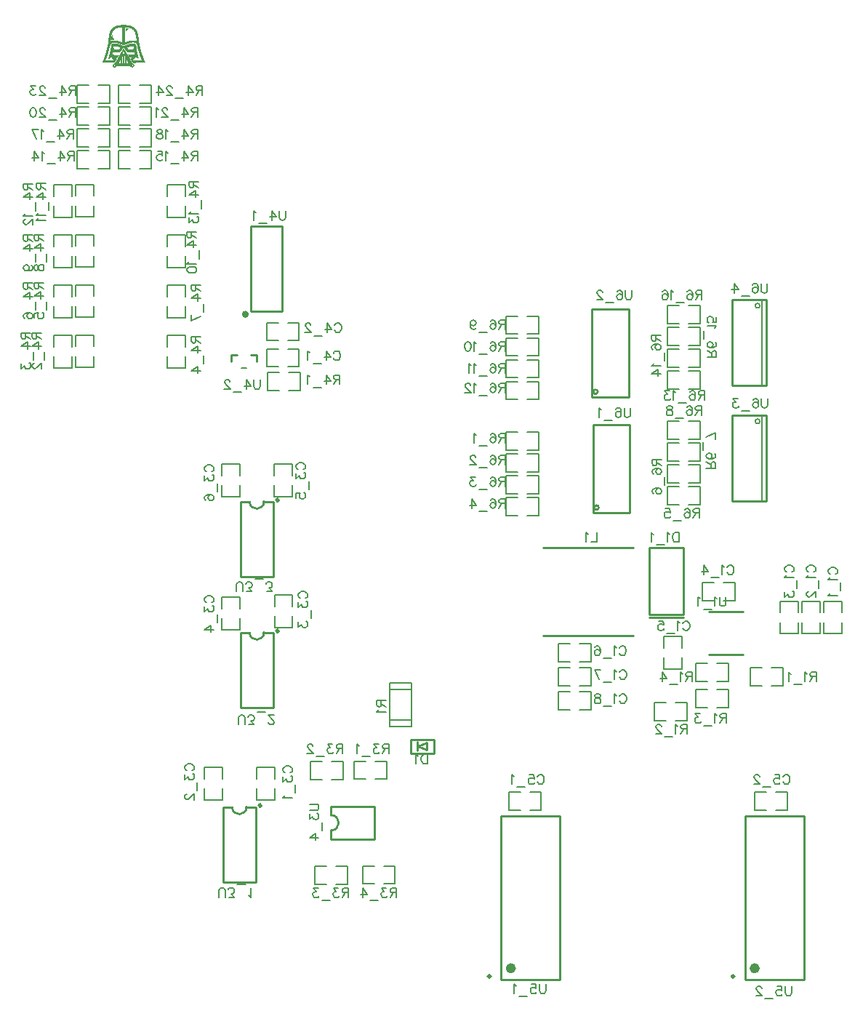
<source format=gbo>
G04 Layer: BottomSilkLayer*
G04 EasyEDA v6.1.33, Mon, 29 Apr 2019 14:12:14 GMT*
G04 9590ad248ff846a5af0387b98c7a360c,91cc4837159741479c5be70faa949f3f,10*
G04 Gerber Generator version 0.2*
G04 Scale: 100 percent, Rotated: No, Reflected: No *
G04 Dimensions in millimeters *
G04 leading zeros omitted , absolute positions ,3 integer and 3 decimal *
%FSLAX33Y33*%
%MOMM*%
G90*
G71D02*

%ADD10C,0.254000*%
%ADD11C,0.200000*%
%ADD44C,0.199898*%
%ADD46C,0.127000*%
%ADD47C,0.177800*%
%ADD48C,0.152400*%
%ADD54C,0.228600*%
%ADD55C,0.399999*%
%ADD56C,0.299720*%
%ADD57C,0.599440*%
%ADD58C,0.299999*%

%LPD*%

%LPD*%
G36*
G01X15751Y120426D02*
G01X15733Y120448D01*
G01X15728Y120443D01*
G01X15716Y120425D01*
G01X15700Y120399D01*
G01X15677Y120361D01*
G01X15650Y120316D01*
G01X15618Y120262D01*
G01X15583Y120202D01*
G01X15544Y120134D01*
G01X15502Y120062D01*
G01X15410Y119902D01*
G01X15361Y119816D01*
G01X15278Y119668D01*
G01X15201Y119532D01*
G01X15131Y119410D01*
G01X15069Y119300D01*
G01X15012Y119202D01*
G01X14962Y119114D01*
G01X14916Y119037D01*
G01X14876Y118969D01*
G01X14840Y118910D01*
G01X14809Y118859D01*
G01X14782Y118816D01*
G01X14757Y118780D01*
G01X14737Y118751D01*
G01X14718Y118726D01*
G01X14701Y118707D01*
G01X14687Y118693D01*
G01X14674Y118682D01*
G01X14661Y118673D01*
G01X14649Y118668D01*
G01X14637Y118664D01*
G01X14583Y118643D01*
G01X14536Y118612D01*
G01X14497Y118574D01*
G01X14467Y118530D01*
G01X14447Y118482D01*
G01X14439Y118432D01*
G01X14442Y118382D01*
G01X14459Y118333D01*
G01X14492Y118278D01*
G01X14529Y118235D01*
G01X14569Y118204D01*
G01X14615Y118187D01*
G01X14663Y118182D01*
G01X14716Y118189D01*
G01X14772Y118209D01*
G01X14831Y118242D01*
G01X14930Y118306D01*
G01X16054Y118306D01*
G01X16177Y118305D01*
G01X16278Y118304D01*
G01X16360Y118302D01*
G01X16424Y118298D01*
G01X16473Y118295D01*
G01X16510Y118290D01*
G01X16538Y118284D01*
G01X16558Y118276D01*
G01X16573Y118267D01*
G01X16585Y118256D01*
G01X16621Y118229D01*
G01X16661Y118210D01*
G01X16704Y118198D01*
G01X16748Y118196D01*
G01X16792Y118201D01*
G01X16835Y118215D01*
G01X16875Y118237D01*
G01X16910Y118266D01*
G01X16944Y118312D01*
G01X16964Y118363D01*
G01X16971Y118417D01*
G01X16966Y118471D01*
G01X16947Y118525D01*
G01X16918Y118574D01*
G01X16877Y118618D01*
G01X16824Y118653D01*
G01X16806Y118667D01*
G01X16783Y118689D01*
G01X16757Y118721D01*
G01X16727Y118761D01*
G01X16694Y118810D01*
G01X16658Y118867D01*
G01X16618Y118933D01*
G01X16575Y119008D01*
G01X16549Y119053D01*
G01X16521Y119102D01*
G01X16492Y119153D01*
G01X16399Y119315D01*
G01X16368Y119370D01*
G01X16337Y119423D01*
G01X16307Y119474D01*
G01X16279Y119523D01*
G01X16253Y119568D01*
G01X16228Y119610D01*
G01X16205Y119650D01*
G01X16179Y119694D01*
G01X16152Y119742D01*
G01X16124Y119790D01*
G01X16094Y119841D01*
G01X16065Y119892D01*
G01X16036Y119942D01*
G01X16008Y119992D01*
G01X15980Y120041D01*
G01X15953Y120087D01*
G01X15928Y120131D01*
G01X15905Y120171D01*
G01X15843Y120279D01*
G01X15790Y120367D01*
G01X15751Y120426D01*
G37*

%LPC*%
G36*
G01X14701Y118477D02*
G01X14660Y118482D01*
G01X14624Y118463D01*
G01X14608Y118422D01*
G01X14621Y118386D01*
G01X14651Y118364D01*
G01X14689Y118359D01*
G01X14723Y118377D01*
G01X14730Y118389D01*
G01X14734Y118407D01*
G01X14734Y118426D01*
G01X14729Y118445D01*
G01X14701Y118477D01*
G37*
G36*
G01X16786Y118475D02*
G01X16770Y118483D01*
G01X16742Y118482D01*
G01X16717Y118475D01*
G01X16700Y118463D01*
G01X16689Y118445D01*
G01X16686Y118422D01*
G01X16689Y118399D01*
G01X16700Y118381D01*
G01X16717Y118369D01*
G01X16742Y118362D01*
G01X16770Y118361D01*
G01X16786Y118369D01*
G01X16795Y118388D01*
G01X16797Y118422D01*
G01X16795Y118456D01*
G01X16786Y118475D01*
G37*
G36*
G01X15355Y118973D02*
G01X15346Y118980D01*
G01X15332Y118969D01*
G01X15313Y118937D01*
G01X15286Y118887D01*
G01X15250Y118817D01*
G01X15227Y118768D01*
G01X15207Y118727D01*
G01X15194Y118696D01*
G01X15190Y118681D01*
G01X15196Y118675D01*
G01X15215Y118671D01*
G01X15242Y118668D01*
G01X15276Y118667D01*
G01X15362Y118667D01*
G01X15362Y118904D01*
G01X15359Y118948D01*
G01X15355Y118973D01*
G37*
G36*
G01X16098Y119039D02*
G01X16086Y119054D01*
G01X16084Y119039D01*
G01X16082Y118997D01*
G01X16080Y118936D01*
G01X16080Y118667D01*
G01X16191Y118667D01*
G01X16235Y118668D01*
G01X16270Y118672D01*
G01X16294Y118677D01*
G01X16303Y118683D01*
G01X16294Y118703D01*
G01X16270Y118748D01*
G01X16237Y118807D01*
G01X16198Y118875D01*
G01X16159Y118941D01*
G01X16124Y118999D01*
G01X16098Y119039D01*
G37*
G36*
G01X15634Y119087D02*
G01X15633Y119506D01*
G01X15585Y119416D01*
G01X15572Y119388D01*
G01X15561Y119357D01*
G01X15553Y119322D01*
G01X15546Y119280D01*
G01X15542Y119230D01*
G01X15539Y119167D01*
G01X15538Y119090D01*
G01X15537Y118996D01*
G01X15537Y118813D01*
G01X15543Y118715D01*
G01X15557Y118675D01*
G01X15585Y118667D01*
G01X15601Y118669D01*
G01X15613Y118676D01*
G01X15621Y118694D01*
G01X15628Y118726D01*
G01X15631Y118777D01*
G01X15633Y118851D01*
G01X15634Y118953D01*
G01X15634Y119087D01*
G37*
G36*
G01X15825Y119514D02*
G01X15818Y119519D01*
G01X15815Y119511D01*
G01X15813Y119486D01*
G01X15812Y119446D01*
G01X15810Y119394D01*
G01X15809Y119331D01*
G01X15808Y119259D01*
G01X15808Y118959D01*
G01X15809Y118857D01*
G01X15811Y118782D01*
G01X15814Y118730D01*
G01X15821Y118696D01*
G01X15829Y118677D01*
G01X15840Y118669D01*
G01X15855Y118667D01*
G01X15881Y118675D01*
G01X15897Y118708D01*
G01X15909Y118783D01*
G01X15920Y118914D01*
G01X15926Y119019D01*
G01X15929Y119111D01*
G01X15929Y119191D01*
G01X15925Y119260D01*
G01X15917Y119319D01*
G01X15905Y119369D01*
G01X15890Y119413D01*
G01X15870Y119450D01*
G01X15853Y119477D01*
G01X15837Y119499D01*
G01X15825Y119514D01*
G37*
G36*
G01X15715Y120008D02*
G01X15687Y120008D01*
G01X15663Y119989D01*
G01X15645Y119947D01*
G01X15640Y119919D01*
G01X15637Y119886D01*
G01X15637Y119853D01*
G01X15639Y119825D01*
G01X15668Y119777D01*
G01X15720Y119759D01*
G01X15774Y119772D01*
G01X15803Y119817D01*
G01X15803Y119873D01*
G01X15792Y119922D01*
G01X15771Y119963D01*
G01X15744Y119993D01*
G01X15715Y120008D01*
G37*

%LPD*%
G36*
G01X15812Y123178D02*
G01X15780Y123181D01*
G01X15738Y123180D01*
G01X15680Y123175D01*
G01X15605Y123166D01*
G01X15508Y123152D01*
G01X15385Y123133D01*
G01X15286Y123117D01*
G01X15199Y123103D01*
G01X15123Y123089D01*
G01X15056Y123076D01*
G01X14997Y123063D01*
G01X14943Y123049D01*
G01X14893Y123035D01*
G01X14847Y123018D01*
G01X14802Y123001D01*
G01X14756Y122981D01*
G01X14709Y122958D01*
G01X14658Y122932D01*
G01X14605Y122903D01*
G01X14555Y122873D01*
G01X14507Y122839D01*
G01X14461Y122803D01*
G01X14418Y122764D01*
G01X14377Y122724D01*
G01X14338Y122680D01*
G01X14301Y122634D01*
G01X14266Y122585D01*
G01X14234Y122533D01*
G01X14203Y122479D01*
G01X14175Y122421D01*
G01X14148Y122361D01*
G01X14124Y122298D01*
G01X14101Y122232D01*
G01X14080Y122163D01*
G01X14066Y122108D01*
G01X14051Y122043D01*
G01X14036Y121972D01*
G01X14022Y121895D01*
G01X14008Y121814D01*
G01X13995Y121733D01*
G01X13984Y121651D01*
G01X13973Y121573D01*
G01X13965Y121499D01*
G01X13958Y121431D01*
G01X13954Y121372D01*
G01X13953Y121323D01*
G01X13952Y121290D01*
G01X13950Y121255D01*
G01X13947Y121215D01*
G01X13942Y121174D01*
G01X13937Y121130D01*
G01X13930Y121083D01*
G01X13922Y121034D01*
G01X13914Y120982D01*
G01X13903Y120927D01*
G01X13893Y120871D01*
G01X13881Y120814D01*
G01X13868Y120754D01*
G01X13854Y120692D01*
G01X13839Y120629D01*
G01X13824Y120565D01*
G01X13808Y120499D01*
G01X13791Y120432D01*
G01X13773Y120364D01*
G01X13755Y120295D01*
G01X13736Y120225D01*
G01X13716Y120155D01*
G01X13696Y120084D01*
G01X13675Y120013D01*
G01X13653Y119941D01*
G01X13631Y119870D01*
G01X13609Y119798D01*
G01X13586Y119726D01*
G01X13540Y119584D01*
G01X13492Y119444D01*
G01X13468Y119375D01*
G01X13443Y119307D01*
G01X13418Y119240D01*
G01X13393Y119174D01*
G01X13368Y119110D01*
G01X13341Y119040D01*
G01X13317Y118974D01*
G01X13295Y118914D01*
G01X13277Y118861D01*
G01X13263Y118817D01*
G01X13253Y118782D01*
G01X13248Y118759D01*
G01X13249Y118748D01*
G01X13257Y118745D01*
G01X13277Y118741D01*
G01X13305Y118738D01*
G01X13342Y118735D01*
G01X13386Y118732D01*
G01X13437Y118730D01*
G01X13494Y118727D01*
G01X13556Y118726D01*
G01X13622Y118724D01*
G01X13692Y118723D01*
G01X13764Y118722D01*
G01X13838Y118722D01*
G01X13913Y118721D01*
G01X13987Y118722D01*
G01X14061Y118722D01*
G01X14133Y118723D01*
G01X14203Y118725D01*
G01X14269Y118727D01*
G01X14331Y118729D01*
G01X14387Y118732D01*
G01X14711Y118750D01*
G01X14823Y118952D01*
G01X14937Y119154D01*
G01X14877Y119212D01*
G01X14844Y119256D01*
G01X14844Y119287D01*
G01X14879Y119305D01*
G01X14947Y119312D01*
G01X14980Y119317D01*
G01X15010Y119332D01*
G01X15040Y119359D01*
G01X15069Y119396D01*
G01X15093Y119430D01*
G01X15116Y119461D01*
G01X15137Y119485D01*
G01X15151Y119499D01*
G01X15160Y119507D01*
G01X15163Y119513D01*
G01X15162Y119517D01*
G01X15156Y119519D01*
G01X15150Y119522D01*
G01X15149Y119530D01*
G01X15154Y119543D01*
G01X15164Y119557D01*
G01X15177Y119576D01*
G01X15179Y119589D01*
G01X15170Y119600D01*
G01X15145Y119609D01*
G01X15102Y119615D01*
G01X15037Y119620D01*
G01X14947Y119625D01*
G01X14830Y119629D01*
G01X14740Y119634D01*
G01X14663Y119639D01*
G01X14598Y119646D01*
G01X14545Y119656D01*
G01X14502Y119668D01*
G01X14470Y119684D01*
G01X14446Y119704D01*
G01X14431Y119727D01*
G01X14424Y119756D01*
G01X14423Y119791D01*
G01X14429Y119831D01*
G01X14439Y119878D01*
G01X14455Y119939D01*
G01X14796Y119922D01*
G01X14906Y119916D01*
G01X14991Y119913D01*
G01X15057Y119912D01*
G01X15107Y119915D01*
G01X15147Y119922D01*
G01X15183Y119932D01*
G01X15217Y119947D01*
G01X15256Y119967D01*
G01X15305Y119994D01*
G01X15346Y120020D01*
G01X15381Y120048D01*
G01X15414Y120082D01*
G01X15447Y120125D01*
G01X15485Y120183D01*
G01X15529Y120257D01*
G01X15584Y120352D01*
G01X15636Y120438D01*
G01X15681Y120507D01*
G01X15716Y120551D01*
G01X15735Y120564D01*
G01X15753Y120541D01*
G01X15787Y120490D01*
G01X15831Y120419D01*
G01X15881Y120334D01*
G01X15922Y120265D01*
G01X15961Y120204D01*
G01X15999Y120150D01*
G01X16037Y120102D01*
G01X16077Y120061D01*
G01X16116Y120025D01*
G01X16158Y119995D01*
G01X16202Y119969D01*
G01X16249Y119949D01*
G01X16301Y119934D01*
G01X16356Y119923D01*
G01X16417Y119915D01*
G01X16483Y119911D01*
G01X16556Y119911D01*
G01X16636Y119913D01*
G01X16723Y119918D01*
G01X16985Y119936D01*
G01X17016Y119866D01*
G01X17031Y119827D01*
G01X17032Y119797D01*
G01X17020Y119769D01*
G01X16992Y119735D01*
G01X16973Y119715D01*
G01X16953Y119701D01*
G01X16930Y119690D01*
G01X16897Y119682D01*
G01X16850Y119678D01*
G01X16788Y119675D01*
G01X16704Y119674D01*
G01X16595Y119674D01*
G01X16462Y119673D01*
G01X16353Y119670D01*
G01X16280Y119666D01*
G01X16253Y119660D01*
G01X16256Y119647D01*
G01X16267Y119622D01*
G01X16282Y119589D01*
G01X16300Y119550D01*
G01X16356Y119453D01*
G01X16411Y119387D01*
G01X16471Y119350D01*
G01X16538Y119338D01*
G01X16595Y119335D01*
G01X16619Y119322D01*
G01X16611Y119294D01*
G01X16573Y119246D01*
G01X16522Y119190D01*
G01X16575Y119090D01*
G01X16602Y119040D01*
G01X16635Y118978D01*
G01X16671Y118913D01*
G01X16704Y118851D01*
G01X16780Y118711D01*
G01X17507Y118725D01*
G01X17606Y118727D01*
G01X17701Y118729D01*
G01X17791Y118732D01*
G01X17875Y118734D01*
G01X17954Y118736D01*
G01X18025Y118739D01*
G01X18087Y118741D01*
G01X18141Y118743D01*
G01X18185Y118746D01*
G01X18217Y118748D01*
G01X18239Y118750D01*
G01X18247Y118752D01*
G01X18242Y118779D01*
G01X18221Y118843D01*
G01X18187Y118935D01*
G01X18144Y119045D01*
G01X18118Y119107D01*
G01X18093Y119169D01*
G01X18068Y119233D01*
G01X18044Y119297D01*
G01X18020Y119362D01*
G01X17996Y119428D01*
G01X17948Y119562D01*
G01X17879Y119766D01*
G01X17857Y119835D01*
G01X17836Y119903D01*
G01X17814Y119971D01*
G01X17794Y120039D01*
G01X17773Y120107D01*
G01X17754Y120176D01*
G01X17734Y120243D01*
G01X17715Y120310D01*
G01X17698Y120376D01*
G01X17680Y120441D01*
G01X17664Y120506D01*
G01X17647Y120570D01*
G01X17617Y120694D01*
G01X17604Y120755D01*
G01X17591Y120814D01*
G01X17579Y120872D01*
G01X17568Y120928D01*
G01X17557Y120983D01*
G01X17547Y121037D01*
G01X17539Y121088D01*
G01X17531Y121138D01*
G01X17524Y121185D01*
G01X17519Y121231D01*
G01X17514Y121274D01*
G01X17504Y121381D01*
G01X17493Y121481D01*
G01X17482Y121577D01*
G01X17471Y121667D01*
G01X17458Y121753D01*
G01X17446Y121834D01*
G01X17433Y121910D01*
G01X17419Y121984D01*
G01X17405Y122052D01*
G01X17389Y122117D01*
G01X17373Y122179D01*
G01X17356Y122237D01*
G01X17337Y122292D01*
G01X17318Y122344D01*
G01X17298Y122394D01*
G01X17277Y122441D01*
G01X17254Y122486D01*
G01X17229Y122529D01*
G01X17204Y122570D01*
G01X17177Y122609D01*
G01X17119Y122685D01*
G01X17087Y122721D01*
G01X17053Y122756D01*
G01X17014Y122793D01*
G01X16972Y122828D01*
G01X16926Y122862D01*
G01X16878Y122894D01*
G01X16826Y122924D01*
G01X16772Y122952D01*
G01X16715Y122979D01*
G01X16655Y123003D01*
G01X16593Y123025D01*
G01X16528Y123045D01*
G01X16460Y123064D01*
G01X16390Y123080D01*
G01X16317Y123094D01*
G01X16243Y123106D01*
G01X16166Y123116D01*
G01X16086Y123124D01*
G01X16009Y123132D01*
G01X15939Y123141D01*
G01X15887Y123152D01*
G01X15857Y123162D01*
G01X15836Y123172D01*
G01X15812Y123178D01*
G37*

%LPC*%
G36*
G01X16861Y121091D02*
G01X16807Y121091D01*
G01X16749Y121088D01*
G01X16689Y121082D01*
G01X16625Y121073D01*
G01X16559Y121060D01*
G01X16489Y121044D01*
G01X16416Y121025D01*
G01X16362Y121010D01*
G01X16304Y120992D01*
G01X16243Y120972D01*
G01X16123Y120930D01*
G01X16067Y120909D01*
G01X16017Y120889D01*
G01X15972Y120870D01*
G01X15893Y120837D01*
G01X15820Y120810D01*
G01X15761Y120791D01*
G01X15725Y120784D01*
G01X15687Y120791D01*
G01X15624Y120810D01*
G01X15544Y120838D01*
G01X15456Y120872D01*
G01X15402Y120893D01*
G01X15345Y120915D01*
G01X15285Y120936D01*
G01X15159Y120976D01*
G01X15094Y120995D01*
G01X15029Y121013D01*
G01X14965Y121029D01*
G01X14902Y121045D01*
G01X14841Y121059D01*
G01X14782Y121071D01*
G01X14726Y121081D01*
G01X14677Y121084D01*
G01X14620Y121081D01*
G01X14558Y121073D01*
G01X14493Y121058D01*
G01X14430Y121039D01*
G01X14370Y121016D01*
G01X14315Y120990D01*
G01X14271Y120962D01*
G01X14245Y120940D01*
G01X14223Y120913D01*
G01X14202Y120875D01*
G01X14181Y120823D01*
G01X14158Y120754D01*
G01X14131Y120662D01*
G01X14101Y120544D01*
G01X14064Y120397D01*
G01X14049Y120338D01*
G01X14033Y120276D01*
G01X14017Y120212D01*
G01X13999Y120147D01*
G01X13981Y120080D01*
G01X13962Y120013D01*
G01X13943Y119945D01*
G01X13923Y119877D01*
G01X13903Y119810D01*
G01X13884Y119744D01*
G01X13864Y119679D01*
G01X13844Y119615D01*
G01X13825Y119554D01*
G01X13806Y119494D01*
G01X13788Y119438D01*
G01X13770Y119386D01*
G01X13754Y119337D01*
G01X13737Y119292D01*
G01X13723Y119251D01*
G01X13709Y119216D01*
G01X13634Y119028D01*
G01X14604Y119028D01*
G01X14544Y119098D01*
G01X14493Y119156D01*
G01X14446Y119209D01*
G01X14404Y119254D01*
G01X14367Y119293D01*
G01X14336Y119323D01*
G01X14310Y119345D01*
G01X14292Y119359D01*
G01X14280Y119364D01*
G01X14261Y119356D01*
G01X14223Y119334D01*
G01X14173Y119301D01*
G01X14116Y119261D01*
G01X14029Y119200D01*
G01X13970Y119167D01*
G01X13938Y119160D01*
G01X13928Y119177D01*
G01X13931Y119190D01*
G01X13938Y119219D01*
G01X13950Y119263D01*
G01X13965Y119320D01*
G01X13984Y119387D01*
G01X14005Y119463D01*
G01X14028Y119547D01*
G01X14054Y119635D01*
G01X14084Y119740D01*
G01X14110Y119833D01*
G01X14133Y119914D01*
G01X14153Y119986D01*
G01X14170Y120049D01*
G01X14184Y120105D01*
G01X14196Y120155D01*
G01X14206Y120200D01*
G01X14214Y120242D01*
G01X14221Y120282D01*
G01X14227Y120320D01*
G01X14232Y120359D01*
G01X14235Y120400D01*
G01X14239Y120444D01*
G01X14242Y120492D01*
G01X14245Y120545D01*
G01X14256Y120691D01*
G01X14270Y120779D01*
G01X14292Y120832D01*
G01X14329Y120875D01*
G01X14364Y120906D01*
G01X14400Y120931D01*
G01X14437Y120952D01*
G01X14476Y120969D01*
G01X14521Y120980D01*
G01X14569Y120988D01*
G01X14625Y120993D01*
G01X14687Y120995D01*
G01X14732Y120995D01*
G01X14777Y120992D01*
G01X14821Y120989D01*
G01X14866Y120983D01*
G01X14912Y120975D01*
G01X14961Y120964D01*
G01X15012Y120951D01*
G01X15067Y120936D01*
G01X15126Y120917D01*
G01X15190Y120895D01*
G01X15259Y120871D01*
G01X15335Y120843D01*
G01X15470Y120793D01*
G01X15571Y120756D01*
G01X15644Y120731D01*
G01X15697Y120716D01*
G01X15736Y120710D01*
G01X15769Y120712D01*
G01X15800Y120720D01*
G01X15838Y120733D01*
G01X15881Y120748D01*
G01X15920Y120762D01*
G01X15951Y120775D01*
G01X15968Y120786D01*
G01X15997Y120799D01*
G01X16055Y120823D01*
G01X16135Y120853D01*
G01X16228Y120887D01*
G01X16303Y120912D01*
G01X16379Y120933D01*
G01X16457Y120952D01*
G01X16534Y120966D01*
G01X16610Y120978D01*
G01X16684Y120986D01*
G01X16754Y120990D01*
G01X16819Y120991D01*
G01X16879Y120988D01*
G01X16932Y120981D01*
G01X16978Y120970D01*
G01X17014Y120955D01*
G01X17074Y120916D01*
G01X17125Y120871D01*
G01X17166Y120821D01*
G01X17197Y120765D01*
G01X17219Y120704D01*
G01X17230Y120639D01*
G01X17230Y120571D01*
G01X17220Y120499D01*
G01X17216Y120475D01*
G01X17214Y120451D01*
G01X17213Y120423D01*
G01X17215Y120392D01*
G01X17220Y120355D01*
G01X17228Y120311D01*
G01X17240Y120258D01*
G01X17255Y120194D01*
G01X17274Y120118D01*
G01X17298Y120028D01*
G01X17327Y119923D01*
G01X17360Y119801D01*
G01X17393Y119682D01*
G01X17423Y119571D01*
G01X17449Y119469D01*
G01X17471Y119379D01*
G01X17489Y119304D01*
G01X17501Y119247D01*
G01X17508Y119209D01*
G01X17508Y119194D01*
G01X17488Y119196D01*
G01X17447Y119217D01*
G01X17390Y119251D01*
G01X17323Y119297D01*
G01X17156Y119418D01*
G01X16985Y119230D01*
G01X16815Y119042D01*
G01X17317Y119035D01*
G01X17418Y119033D01*
G01X17512Y119033D01*
G01X17598Y119032D01*
G01X17674Y119032D01*
G01X17736Y119033D01*
G01X17784Y119034D01*
G01X17815Y119035D01*
G01X17827Y119036D01*
G01X17824Y119056D01*
G01X17808Y119104D01*
G01X17783Y119172D01*
G01X17750Y119255D01*
G01X17734Y119296D01*
G01X17717Y119339D01*
G01X17701Y119383D01*
G01X17684Y119427D01*
G01X17668Y119473D01*
G01X17651Y119520D01*
G01X17618Y119619D01*
G01X17602Y119671D01*
G01X17584Y119724D01*
G01X17567Y119780D01*
G01X17550Y119839D01*
G01X17532Y119899D01*
G01X17513Y119962D01*
G01X17495Y120027D01*
G01X17476Y120096D01*
G01X17456Y120167D01*
G01X17436Y120241D01*
G01X17415Y120318D01*
G01X17393Y120399D01*
G01X17371Y120483D01*
G01X17349Y120571D01*
G01X17325Y120662D01*
G01X17301Y120757D01*
G01X17285Y120815D01*
G01X17267Y120864D01*
G01X17248Y120905D01*
G01X17225Y120940D01*
G01X17198Y120970D01*
G01X17166Y120996D01*
G01X17128Y121021D01*
G01X17081Y121045D01*
G01X17044Y121060D01*
G01X17003Y121073D01*
G01X16959Y121082D01*
G01X16912Y121088D01*
G01X16861Y121091D01*
G37*
G36*
G01X16807Y120654D02*
G01X16738Y120655D01*
G01X16644Y120651D01*
G01X16555Y120640D01*
G01X16466Y120620D01*
G01X16373Y120591D01*
G01X16302Y120566D01*
G01X16243Y120545D01*
G01X16202Y120531D01*
G01X16185Y120526D01*
G01X16175Y120511D01*
G01X16182Y120477D01*
G01X16201Y120435D01*
G01X16228Y120397D01*
G01X16246Y120377D01*
G01X16258Y120360D01*
G01X16263Y120349D01*
G01X16259Y120344D01*
G01X16256Y120340D01*
G01X16263Y120328D01*
G01X16278Y120312D01*
G01X16299Y120292D01*
G01X16337Y120267D01*
G01X16388Y120251D01*
G01X16462Y120244D01*
G01X16574Y120242D01*
G01X16655Y120242D01*
G01X16716Y120245D01*
G01X16762Y120252D01*
G01X16795Y120266D01*
G01X16821Y120289D01*
G01X16841Y120323D01*
G01X16859Y120371D01*
G01X16880Y120434D01*
G01X16903Y120506D01*
G01X16917Y120560D01*
G01X16921Y120599D01*
G01X16914Y120626D01*
G01X16893Y120642D01*
G01X16858Y120651D01*
G01X16807Y120654D01*
G37*
G36*
G01X14726Y120652D02*
G01X14629Y120652D01*
G01X14574Y120646D01*
G01X14551Y120631D01*
G01X14547Y120603D01*
G01X14561Y120523D01*
G01X14597Y120415D01*
G01X14639Y120317D01*
G01X14676Y120263D01*
G01X14704Y120255D01*
G01X14760Y120249D01*
G01X14835Y120244D01*
G01X14919Y120242D01*
G01X14996Y120243D01*
G01X15057Y120248D01*
G01X15107Y120256D01*
G01X15146Y120271D01*
G01X15179Y120293D01*
G01X15207Y120323D01*
G01X15233Y120363D01*
G01X15261Y120414D01*
G01X15283Y120468D01*
G01X15282Y120504D01*
G01X15254Y120530D01*
G01X15196Y120556D01*
G01X15061Y120601D01*
G01X15003Y120617D01*
G01X14949Y120630D01*
G01X14897Y120639D01*
G01X14843Y120645D01*
G01X14787Y120650D01*
G01X14726Y120652D01*
G37*
G36*
G01X15560Y121757D02*
G01X15560Y122856D01*
G01X15369Y122838D01*
G01X15283Y122828D01*
G01X15190Y122814D01*
G01X15102Y122798D01*
G01X15031Y122781D01*
G01X14975Y122765D01*
G01X14922Y122748D01*
G01X14872Y122728D01*
G01X14824Y122707D01*
G01X14778Y122684D01*
G01X14735Y122659D01*
G01X14694Y122632D01*
G01X14655Y122603D01*
G01X14618Y122572D01*
G01X14583Y122538D01*
G01X14550Y122502D01*
G01X14519Y122464D01*
G01X14490Y122423D01*
G01X14463Y122380D01*
G01X14437Y122334D01*
G01X14413Y122286D01*
G01X14392Y122234D01*
G01X14371Y122180D01*
G01X14352Y122123D01*
G01X14334Y122063D01*
G01X14318Y121999D01*
G01X14303Y121933D01*
G01X14290Y121864D01*
G01X14278Y121790D01*
G01X14266Y121704D01*
G01X14255Y121612D01*
G01X14248Y121521D01*
G01X14242Y121436D01*
G01X14239Y121361D01*
G01X14240Y121302D01*
G01X14243Y121263D01*
G01X14250Y121248D01*
G01X14265Y121252D01*
G01X14291Y121261D01*
G01X14326Y121274D01*
G01X14364Y121291D01*
G01X14422Y121310D01*
G01X14489Y121321D01*
G01X14576Y121324D01*
G01X14695Y121319D01*
G01X14755Y121315D01*
G01X14811Y121311D01*
G01X14864Y121305D01*
G01X14914Y121299D01*
G01X14964Y121291D01*
G01X15013Y121281D01*
G01X15063Y121270D01*
G01X15113Y121257D01*
G01X15167Y121242D01*
G01X15225Y121224D01*
G01X15287Y121204D01*
G01X15354Y121181D01*
G01X15424Y121157D01*
G01X15483Y121138D01*
G01X15526Y121124D01*
G01X15546Y121119D01*
G01X15548Y121128D01*
G01X15550Y121151D01*
G01X15551Y121188D01*
G01X15553Y121238D01*
G01X15555Y121301D01*
G01X15556Y121374D01*
G01X15557Y121458D01*
G01X15558Y121550D01*
G01X15559Y121651D01*
G01X15560Y121757D01*
G37*
G36*
G01X16024Y122845D02*
G01X15907Y122849D01*
G01X15907Y121125D01*
G01X16173Y121214D01*
G01X16256Y121241D01*
G01X16337Y121264D01*
G01X16414Y121285D01*
G01X16489Y121302D01*
G01X16560Y121316D01*
G01X16629Y121327D01*
G01X16696Y121334D01*
G01X16760Y121339D01*
G01X16823Y121341D01*
G01X16883Y121339D01*
G01X16941Y121335D01*
G01X16998Y121327D01*
G01X17065Y121317D01*
G01X17125Y121308D01*
G01X17170Y121302D01*
G01X17195Y121300D01*
G01X17204Y121307D01*
G01X17211Y121328D01*
G01X17215Y121360D01*
G01X17216Y121402D01*
G01X17215Y121454D01*
G01X17210Y121512D01*
G01X17204Y121577D01*
G01X17196Y121645D01*
G01X17186Y121716D01*
G01X17174Y121789D01*
G01X17160Y121862D01*
G01X17144Y121933D01*
G01X17124Y122010D01*
G01X17104Y122084D01*
G01X17083Y122151D01*
G01X17061Y122214D01*
G01X17038Y122273D01*
G01X17013Y122327D01*
G01X16987Y122377D01*
G01X16961Y122424D01*
G01X16932Y122467D01*
G01X16901Y122506D01*
G01X16868Y122542D01*
G01X16833Y122576D01*
G01X16796Y122606D01*
G01X16756Y122635D01*
G01X16715Y122661D01*
G01X16669Y122685D01*
G01X16616Y122711D01*
G01X16563Y122734D01*
G01X16512Y122755D01*
G01X16462Y122773D01*
G01X16411Y122790D01*
G01X16361Y122803D01*
G01X16310Y122815D01*
G01X16257Y122824D01*
G01X16203Y122832D01*
G01X16147Y122838D01*
G01X16087Y122843D01*
G01X16024Y122845D01*
G37*

%LPD*%
G36*
G01X14416Y122008D02*
G01X14400Y122020D01*
G01X14377Y121992D01*
G01X14351Y121926D01*
G01X14336Y121865D01*
G01X14323Y121787D01*
G01X14313Y121703D01*
G01X14306Y121616D01*
G01X14303Y121535D01*
G01X14304Y121466D01*
G01X14309Y121417D01*
G01X14319Y121393D01*
G01X14340Y121391D01*
G01X14381Y121393D01*
G01X14437Y121398D01*
G01X14500Y121405D01*
G01X14564Y121415D01*
G01X14621Y121424D01*
G01X14665Y121434D01*
G01X14688Y121442D01*
G01X14682Y121453D01*
G01X14662Y121479D01*
G01X14629Y121516D01*
G01X14589Y121561D01*
G01X14552Y121605D01*
G01X14519Y121652D01*
G01X14491Y121701D01*
G01X14467Y121751D01*
G01X14448Y121802D01*
G01X14434Y121853D01*
G01X14426Y121904D01*
G01X14423Y121955D01*
G01X14416Y122008D01*
G37*

%LPD*%
G36*
G01X16063Y122766D02*
G01X16048Y122769D01*
G01X16027Y122758D01*
G01X16014Y122716D01*
G01X16009Y122639D01*
G01X16011Y122524D01*
G01X16018Y122346D01*
G01X16076Y122451D01*
G01X16107Y122498D01*
G01X16146Y122545D01*
G01X16191Y122590D01*
G01X16235Y122625D01*
G01X16293Y122668D01*
G01X16305Y122696D01*
G01X16265Y122717D01*
G01X16167Y122743D01*
G01X16126Y122752D01*
G01X16091Y122760D01*
G01X16063Y122766D01*
G37*

%LPD*%
G54D44*
G01X20807Y85678D02*
G01X20807Y86996D01*
G01X22877Y86996D01*
G01X22877Y85678D01*
G01X20807Y84545D02*
G01X20807Y83224D01*
G01X22877Y83224D01*
G01X22877Y84545D01*
G01X12209Y84565D02*
G01X12209Y83247D01*
G01X10139Y83247D01*
G01X10139Y84565D01*
G01X12209Y85698D02*
G01X12209Y87019D01*
G01X10139Y87019D01*
G01X10139Y85698D01*
G01X7599Y85675D02*
G01X7599Y86996D01*
G01X9669Y86996D01*
G01X9669Y85675D01*
G01X7599Y84545D02*
G01X7599Y83224D01*
G01X9669Y83224D01*
G01X9669Y84545D01*
G01X20807Y91520D02*
G01X20807Y92838D01*
G01X22877Y92838D01*
G01X22877Y91520D01*
G01X20807Y90387D02*
G01X20807Y89066D01*
G01X22877Y89066D01*
G01X22877Y90387D01*
G01X12209Y90407D02*
G01X12209Y89089D01*
G01X10139Y89089D01*
G01X10139Y90407D01*
G01X12209Y91540D02*
G01X12209Y92861D01*
G01X10139Y92861D01*
G01X10139Y91540D01*
G01X7599Y91517D02*
G01X7599Y92838D01*
G01X9669Y92838D01*
G01X9669Y91517D01*
G01X7599Y90387D02*
G01X7599Y89066D01*
G01X9669Y89066D01*
G01X9669Y90387D01*
G01X20807Y97362D02*
G01X20807Y98680D01*
G01X22877Y98680D01*
G01X22877Y97362D01*
G01X20807Y96229D02*
G01X20807Y94908D01*
G01X22877Y94908D01*
G01X22877Y96229D01*
G01X12209Y96249D02*
G01X12209Y94931D01*
G01X10139Y94931D01*
G01X10139Y96249D01*
G01X12209Y97382D02*
G01X12209Y98703D01*
G01X10139Y98703D01*
G01X10139Y97382D01*
G01X7599Y97359D02*
G01X7599Y98680D01*
G01X9669Y98680D01*
G01X9669Y97359D01*
G01X7599Y96229D02*
G01X7599Y94908D01*
G01X9669Y94908D01*
G01X9669Y96229D01*
G01X20807Y103204D02*
G01X20807Y104522D01*
G01X22877Y104522D01*
G01X22877Y103204D01*
G01X20807Y102071D02*
G01X20807Y100750D01*
G01X22877Y100750D01*
G01X22877Y102071D01*
G01X12209Y102091D02*
G01X12209Y100773D01*
G01X10139Y100773D01*
G01X10139Y102091D01*
G01X12209Y103224D02*
G01X12209Y104545D01*
G01X10139Y104545D01*
G01X10139Y103224D01*
G01X7599Y103201D02*
G01X7599Y104522D01*
G01X9669Y104522D01*
G01X9669Y103201D01*
G01X7599Y102071D02*
G01X7599Y100750D01*
G01X9669Y100750D01*
G01X9669Y102071D01*
G01X43893Y35320D02*
G01X42575Y35320D01*
G01X42575Y37390D01*
G01X43893Y37390D01*
G01X45026Y35320D02*
G01X46347Y35320D01*
G01X46347Y37390D01*
G01X45026Y37390D01*
G01X38816Y35317D02*
G01X37495Y35317D01*
G01X37495Y37387D01*
G01X38816Y37387D01*
G01X39946Y35317D02*
G01X41267Y35317D01*
G01X41267Y37387D01*
G01X39946Y37387D01*
G01X39324Y23125D02*
G01X38003Y23125D01*
G01X38003Y25195D01*
G01X39324Y25195D01*
G01X40454Y23125D02*
G01X41775Y23125D01*
G01X41775Y25195D01*
G01X40454Y25195D01*
G01X46019Y25198D02*
G01X47340Y25198D01*
G01X47340Y23128D01*
G01X46019Y23128D01*
G01X44889Y25198D02*
G01X43568Y25198D01*
G01X43568Y23128D01*
G01X44889Y23128D01*
G01X34841Y88444D02*
G01X36164Y88444D01*
G01X36164Y86374D01*
G01X34843Y86374D01*
G01X33713Y88444D02*
G01X32392Y88444D01*
G01X32392Y86374D01*
G01X33713Y86374D01*
G54D10*
G01X33784Y89772D02*
G01X30530Y89772D01*
G01X30530Y99724D01*
G01X34213Y99724D01*
G01X34213Y89772D01*
G01X33784Y89772D01*
G01X28917Y84756D02*
G01X28257Y84756D01*
G01X28917Y84756D01*
G01X28257Y84756D01*
G01X28257Y83940D01*
G01X31178Y83940D02*
G01X31178Y84756D01*
G01X30518Y84756D01*
G54D11*
G01X30017Y83206D02*
G01X29418Y83206D01*
G54D44*
G01X34846Y85396D02*
G01X36164Y85396D01*
G01X36164Y83326D01*
G01X34846Y83326D01*
G01X33713Y85396D02*
G01X32392Y85396D01*
G01X32392Y83326D01*
G01X33713Y83326D01*
G01X34937Y82661D02*
G01X36255Y82661D01*
G01X36255Y80591D01*
G01X34937Y80591D01*
G01X33804Y82661D02*
G01X32484Y82661D01*
G01X32484Y80591D01*
G01X33804Y80591D01*
G01X11638Y114057D02*
G01X10317Y114057D01*
G01X10317Y116127D01*
G01X11638Y116127D01*
G01X12768Y114057D02*
G01X14089Y114057D01*
G01X14089Y116127D01*
G01X12768Y116127D01*
G01X16464Y114057D02*
G01X15143Y114057D01*
G01X15143Y116127D01*
G01X16464Y116127D01*
G01X17594Y114057D02*
G01X18915Y114057D01*
G01X18915Y116127D01*
G01X17594Y116127D01*
G01X11638Y106437D02*
G01X10317Y106437D01*
G01X10317Y108507D01*
G01X11638Y108507D01*
G01X12768Y106437D02*
G01X14089Y106437D01*
G01X14089Y108507D01*
G01X12768Y108507D01*
G01X16464Y106437D02*
G01X15143Y106437D01*
G01X15143Y108507D01*
G01X16464Y108507D01*
G01X17594Y106437D02*
G01X18915Y106437D01*
G01X18915Y108507D01*
G01X17594Y108507D01*
G01X11638Y108977D02*
G01X10317Y108977D01*
G01X10317Y111047D01*
G01X11638Y111047D01*
G01X12768Y108977D02*
G01X14089Y108977D01*
G01X14089Y111047D01*
G01X12768Y111047D01*
G01X16464Y108977D02*
G01X15143Y108977D01*
G01X15143Y111047D01*
G01X16464Y111047D01*
G01X17594Y108977D02*
G01X18915Y108977D01*
G01X18915Y111047D01*
G01X17594Y111047D01*
G01X11638Y111517D02*
G01X10317Y111517D01*
G01X10317Y113587D01*
G01X11638Y113587D01*
G01X12768Y111517D02*
G01X14089Y111517D01*
G01X14089Y113587D01*
G01X12768Y113587D01*
G01X16464Y111517D02*
G01X15143Y111517D01*
G01X15143Y113587D01*
G01X16464Y113587D01*
G01X17594Y111517D02*
G01X18915Y111517D01*
G01X18915Y113587D01*
G01X17594Y113587D01*
G54D10*
G01X59690Y11970D02*
G01X66548Y11970D01*
G01X66548Y31020D01*
G01X59690Y31020D01*
G01X59690Y11970D01*
G54D44*
G01X63037Y33831D02*
G01X64358Y33831D01*
G01X64358Y31761D01*
G01X63037Y31761D01*
G01X61907Y33831D02*
G01X60586Y33831D01*
G01X60586Y31761D01*
G01X61907Y31761D01*
G54D10*
G01X88080Y11970D02*
G01X94938Y11970D01*
G01X94938Y31020D01*
G01X88080Y31020D01*
G01X88080Y11970D01*
G54D44*
G01X91681Y33831D02*
G01X93002Y33831D01*
G01X93002Y31761D01*
G01X91681Y31761D01*
G01X90551Y33831D02*
G01X89230Y33831D01*
G01X89230Y31761D01*
G01X90551Y31761D01*
G01X62725Y81586D02*
G01X64046Y81586D01*
G01X64046Y79516D01*
G01X62725Y79516D01*
G01X61595Y81586D02*
G01X60274Y81586D01*
G01X60274Y79516D01*
G01X61595Y79516D01*
G01X62725Y84126D02*
G01X64046Y84126D01*
G01X64046Y82056D01*
G01X62725Y82056D01*
G01X61595Y84126D02*
G01X60274Y84126D01*
G01X60274Y82056D01*
G01X61595Y82056D01*
G01X62725Y86666D02*
G01X64046Y86666D01*
G01X64046Y84596D01*
G01X62725Y84596D01*
G01X61595Y86666D02*
G01X60274Y86666D01*
G01X60274Y84596D01*
G01X61595Y84596D01*
G01X62725Y89206D02*
G01X64046Y89206D01*
G01X64046Y87136D01*
G01X62725Y87136D01*
G01X61595Y89206D02*
G01X60274Y89206D01*
G01X60274Y87136D01*
G01X61595Y87136D01*
G01X62728Y68121D02*
G01X64046Y68121D01*
G01X64046Y66051D01*
G01X62728Y66051D01*
G01X61595Y68121D02*
G01X60274Y68121D01*
G01X60274Y66051D01*
G01X61595Y66051D01*
G01X62728Y70661D02*
G01X64046Y70661D01*
G01X64046Y68591D01*
G01X62728Y68591D01*
G01X61595Y70661D02*
G01X60274Y70661D01*
G01X60274Y68591D01*
G01X61595Y68591D01*
G01X62728Y73201D02*
G01X64046Y73201D01*
G01X64046Y71131D01*
G01X62728Y71131D01*
G01X61595Y73201D02*
G01X60274Y73201D01*
G01X60274Y71131D01*
G01X61595Y71131D01*
G01X62728Y75741D02*
G01X64046Y75741D01*
G01X64046Y73671D01*
G01X62728Y73671D01*
G01X61595Y75741D02*
G01X60274Y75741D01*
G01X60274Y73671D01*
G01X61595Y73671D01*
G01X99331Y53580D02*
G01X99331Y52259D01*
G01X97261Y52259D01*
G01X97261Y53580D01*
G01X99331Y54710D02*
G01X99331Y56031D01*
G01X97261Y56031D01*
G01X97261Y54710D01*
G01X78664Y50623D02*
G01X78664Y51944D01*
G01X80734Y51944D01*
G01X80734Y50623D01*
G01X78664Y49493D02*
G01X78664Y48172D01*
G01X80734Y48172D01*
G01X80734Y49493D01*
G01X94251Y53580D02*
G01X94251Y52259D01*
G01X92181Y52259D01*
G01X92181Y53580D01*
G01X94251Y54710D02*
G01X94251Y56031D01*
G01X92181Y56031D01*
G01X92181Y54710D01*
G01X90066Y46239D02*
G01X88745Y46239D01*
G01X88745Y48309D01*
G01X90066Y48309D01*
G01X91196Y46239D02*
G01X92517Y46239D01*
G01X92517Y48309D01*
G01X91196Y48309D01*
G01X80000Y44245D02*
G01X81318Y44245D01*
G01X81318Y42175D01*
G01X80000Y42175D01*
G01X78867Y44245D02*
G01X77546Y44245D01*
G01X77546Y42175D01*
G01X78867Y42175D01*
G54D10*
G01X76937Y54720D02*
G01X76937Y62322D01*
G01X80934Y62322D01*
G01X80934Y54522D01*
G01X76937Y54522D01*
G01X76937Y54720D01*
G01X76937Y54121D02*
G01X80934Y54121D01*
G54D44*
G01X96791Y53580D02*
G01X96791Y52259D01*
G01X94721Y52259D01*
G01X94721Y53580D01*
G01X96791Y54710D02*
G01X96791Y56031D01*
G01X94721Y56031D01*
G01X94721Y54710D01*
G54D10*
G01X75049Y62287D02*
G01X64534Y62287D01*
G01X75049Y52076D02*
G01X64534Y52076D01*
G54D44*
G01X67714Y49033D02*
G01X66393Y49033D01*
G01X66393Y51103D01*
G01X67714Y51103D01*
G01X68844Y49033D02*
G01X70165Y49033D01*
G01X70165Y51103D01*
G01X68844Y51103D01*
G01X67714Y46239D02*
G01X66393Y46239D01*
G01X66393Y48309D01*
G01X67714Y48309D01*
G01X68844Y46239D02*
G01X70165Y46239D01*
G01X70165Y48309D01*
G01X68844Y48309D01*
G01X67714Y43445D02*
G01X66393Y43445D01*
G01X66393Y45515D01*
G01X67714Y45515D01*
G01X68844Y43445D02*
G01X70165Y43445D01*
G01X70165Y45515D01*
G01X68844Y45515D01*
G01X84826Y48817D02*
G01X86144Y48817D01*
G01X86144Y46747D01*
G01X84826Y46747D01*
G01X83693Y48817D02*
G01X82372Y48817D01*
G01X82372Y46747D01*
G01X83693Y46747D01*
G01X84826Y45769D02*
G01X86144Y45769D01*
G01X86144Y43699D01*
G01X84826Y43699D01*
G01X83693Y45769D02*
G01X82372Y45769D01*
G01X82372Y43699D01*
G01X83693Y43699D01*
G54D54*
G01X70277Y79848D02*
G01X70277Y90039D01*
G01X74574Y90039D01*
G01X74574Y79848D01*
G01X70277Y79848D01*
G54D44*
G01X81524Y82853D02*
G01X82842Y82853D01*
G01X82842Y80783D01*
G01X81524Y80783D01*
G01X80391Y82853D02*
G01X79070Y82853D01*
G01X79070Y80783D01*
G01X80391Y80783D01*
G01X81524Y69391D02*
G01X82842Y69391D01*
G01X82842Y67321D01*
G01X81524Y67321D01*
G01X80391Y69391D02*
G01X79070Y69391D01*
G01X79070Y67321D01*
G01X80391Y67321D01*
G01X81524Y71931D02*
G01X82842Y71931D01*
G01X82842Y69861D01*
G01X81524Y69861D01*
G01X80391Y71931D02*
G01X79070Y71931D01*
G01X79070Y69861D01*
G01X80391Y69861D01*
G01X81524Y74471D02*
G01X82842Y74471D01*
G01X82842Y72401D01*
G01X81524Y72401D01*
G01X80391Y74471D02*
G01X79070Y74471D01*
G01X79070Y72401D01*
G01X80391Y72401D01*
G01X81524Y77011D02*
G01X82842Y77011D01*
G01X82842Y74941D01*
G01X81524Y74941D01*
G01X80391Y77011D02*
G01X79070Y77011D01*
G01X79070Y74941D01*
G01X80391Y74941D01*
G01X81524Y87933D02*
G01X82842Y87933D01*
G01X82842Y85863D01*
G01X81524Y85863D01*
G01X80391Y87933D02*
G01X79070Y87933D01*
G01X79070Y85863D01*
G01X80391Y85863D01*
G01X81524Y90473D02*
G01X82842Y90473D01*
G01X82842Y88403D01*
G01X81524Y88403D01*
G01X80391Y90473D02*
G01X79070Y90473D01*
G01X79070Y88403D01*
G01X80391Y88403D01*
G01X81524Y85393D02*
G01X82842Y85393D01*
G01X82842Y83323D01*
G01X81524Y83323D01*
G01X80391Y85393D02*
G01X79070Y85393D01*
G01X79070Y83323D01*
G01X80391Y83323D01*
G01X85588Y58215D02*
G01X86906Y58215D01*
G01X86906Y56145D01*
G01X85588Y56145D01*
G01X84455Y58215D02*
G01X83134Y58215D01*
G01X83134Y56145D01*
G01X84455Y56145D01*
G54D46*
G01X90089Y91139D02*
G01X90089Y81136D01*
G54D10*
G01X86589Y91139D02*
G01X86589Y81136D01*
G01X86589Y81136D02*
G01X90586Y81136D01*
G01X90586Y81136D02*
G01X90586Y91139D01*
G01X90586Y91139D02*
G01X86589Y91139D01*
G54D46*
G01X90089Y77677D02*
G01X90089Y67674D01*
G54D10*
G01X86589Y77677D02*
G01X86589Y67674D01*
G01X86589Y67674D02*
G01X90586Y67674D01*
G01X90586Y67674D02*
G01X90586Y77677D01*
G01X90586Y77677D02*
G01X86589Y77677D01*
G01X39878Y28353D02*
G01X44958Y28353D01*
G01X44958Y28353D02*
G01X44958Y32163D01*
G01X44958Y32163D02*
G01X39878Y32163D01*
G01X39878Y28353D02*
G01X39878Y29369D01*
G01X39878Y32163D02*
G01X39878Y31147D01*
G54D44*
G01X33312Y55450D02*
G01X33312Y56771D01*
G01X35383Y56771D01*
G01X35383Y55450D01*
G01X33312Y54318D02*
G01X33312Y52998D01*
G01X35383Y52998D01*
G01X35383Y54318D01*
G01X27158Y55196D02*
G01X27158Y56517D01*
G01X29229Y56517D01*
G01X29229Y55196D01*
G01X27158Y54064D02*
G01X27158Y52744D01*
G01X29229Y52744D01*
G01X29229Y54064D01*
G01X33254Y70690D02*
G01X33254Y72011D01*
G01X35325Y72011D01*
G01X35325Y70690D01*
G01X33254Y69558D02*
G01X33254Y68238D01*
G01X35325Y68238D01*
G01X35325Y69558D01*
G01X27158Y70690D02*
G01X27158Y72011D01*
G01X29229Y72011D01*
G01X29229Y70690D01*
G01X27158Y69558D02*
G01X27158Y68238D01*
G01X29229Y68238D01*
G01X29229Y69558D01*
G01X31224Y35386D02*
G01X31224Y36704D01*
G01X33294Y36704D01*
G01X33294Y35386D01*
G01X31224Y34253D02*
G01X31224Y32932D01*
G01X33294Y32932D01*
G01X33294Y34253D01*
G01X25125Y35386D02*
G01X25125Y36704D01*
G01X27195Y36704D01*
G01X27195Y35386D01*
G01X25125Y34253D02*
G01X25125Y32932D01*
G01X27195Y32932D01*
G01X27195Y34253D01*
G54D54*
G01X70391Y66388D02*
G01X70391Y76577D01*
G01X74691Y76577D01*
G01X74691Y66388D01*
G01X70391Y66388D01*
G54D10*
G01X87851Y49856D02*
G01X83852Y49856D01*
G01X87851Y54855D02*
G01X83852Y54855D01*
G01X33121Y67628D02*
G01X33121Y58934D01*
G01X29337Y58934D01*
G01X29337Y67628D01*
G01X33121Y67646D02*
G01X32054Y67646D01*
G01X30403Y67621D02*
G01X29337Y67621D01*
G01X33121Y52388D02*
G01X33121Y43694D01*
G01X29337Y43694D01*
G01X29337Y52388D01*
G01X33121Y52406D02*
G01X32054Y52406D01*
G01X30403Y52381D02*
G01X29337Y52381D01*
G01X31089Y32068D02*
G01X31089Y23374D01*
G01X27305Y23374D01*
G01X27305Y32068D01*
G01X31089Y32086D02*
G01X30022Y32086D01*
G01X28371Y32061D02*
G01X27305Y32061D01*
G54D46*
G01X49276Y45752D02*
G01X46736Y45752D01*
G01X49276Y42196D02*
G01X46736Y42196D01*
G01X49276Y41434D02*
G01X49276Y46514D01*
G01X49276Y46514D02*
G01X46736Y46514D01*
G01X46736Y46514D02*
G01X46736Y41434D01*
G01X46736Y41434D02*
G01X49276Y41434D01*
G54D10*
G01X50038Y39148D02*
G01X51054Y38741D01*
G01X51054Y38741D02*
G01X51054Y39554D01*
G01X51054Y39554D02*
G01X50038Y39148D01*
G01X51892Y39960D02*
G01X49200Y39960D01*
G01X49200Y39960D02*
G01X49200Y38335D01*
G01X49200Y38335D02*
G01X51892Y38335D01*
G01X51892Y38335D02*
G01X51892Y39960D01*
G01X49911Y39656D02*
G01X49911Y38640D01*
G54D47*
G01X23622Y86831D02*
G01X24711Y86831D01*
G01X23622Y86831D02*
G01X23622Y86364D01*
G01X23672Y86209D01*
G01X23723Y86155D01*
G01X23827Y86104D01*
G01X23931Y86104D01*
G01X24036Y86155D01*
G01X24089Y86209D01*
G01X24140Y86364D01*
G01X24140Y86831D01*
G01X24140Y86468D02*
G01X24711Y86104D01*
G01X23622Y85241D02*
G01X24348Y85762D01*
G01X24348Y84982D01*
G01X23622Y85241D02*
G01X24711Y85241D01*
G01X25074Y84639D02*
G01X25074Y83704D01*
G01X23622Y82841D02*
G01X24348Y83361D01*
G01X24348Y82582D01*
G01X23622Y82841D02*
G01X24711Y82841D01*
G01X5080Y87288D02*
G01X6169Y87288D01*
G01X5080Y87288D02*
G01X5080Y86821D01*
G01X5130Y86666D01*
G01X5181Y86612D01*
G01X5285Y86562D01*
G01X5389Y86562D01*
G01X5494Y86612D01*
G01X5547Y86666D01*
G01X5598Y86821D01*
G01X5598Y87288D01*
G01X5598Y86925D02*
G01X6169Y86562D01*
G01X5080Y85698D02*
G01X5806Y86219D01*
G01X5806Y85439D01*
G01X5080Y85698D02*
G01X6169Y85698D01*
G01X6532Y85096D02*
G01X6532Y84161D01*
G01X5339Y83765D02*
G01X5285Y83765D01*
G01X5181Y83714D01*
G01X5130Y83661D01*
G01X5080Y83557D01*
G01X5080Y83351D01*
G01X5130Y83247D01*
G01X5181Y83194D01*
G01X5285Y83143D01*
G01X5389Y83143D01*
G01X5494Y83194D01*
G01X5651Y83298D01*
G01X6169Y83818D01*
G01X6169Y83090D01*
G01X3810Y87288D02*
G01X4899Y87288D01*
G01X3810Y87288D02*
G01X3810Y86821D01*
G01X3860Y86666D01*
G01X3911Y86612D01*
G01X4015Y86562D01*
G01X4119Y86562D01*
G01X4224Y86612D01*
G01X4277Y86666D01*
G01X4328Y86821D01*
G01X4328Y87288D01*
G01X4328Y86925D02*
G01X4899Y86562D01*
G01X3810Y85698D02*
G01X4536Y86219D01*
G01X4536Y85439D01*
G01X3810Y85698D02*
G01X4899Y85698D01*
G01X5262Y85096D02*
G01X5262Y84161D01*
G01X3810Y83714D02*
G01X3810Y83143D01*
G01X4224Y83453D01*
G01X4224Y83298D01*
G01X4277Y83194D01*
G01X4328Y83143D01*
G01X4483Y83090D01*
G01X4587Y83090D01*
G01X4744Y83143D01*
G01X4848Y83247D01*
G01X4899Y83402D01*
G01X4899Y83557D01*
G01X4848Y83714D01*
G01X4795Y83765D01*
G01X4691Y83818D01*
G01X23622Y92876D02*
G01X24711Y92876D01*
G01X23622Y92876D02*
G01X23622Y92409D01*
G01X23672Y92254D01*
G01X23723Y92200D01*
G01X23827Y92150D01*
G01X23931Y92150D01*
G01X24036Y92200D01*
G01X24089Y92254D01*
G01X24140Y92409D01*
G01X24140Y92876D01*
G01X24140Y92513D02*
G01X24711Y92150D01*
G01X23622Y91286D02*
G01X24348Y91807D01*
G01X24348Y91027D01*
G01X23622Y91286D02*
G01X24711Y91286D01*
G01X25074Y90684D02*
G01X25074Y89749D01*
G01X23622Y88678D02*
G01X24711Y89198D01*
G01X23622Y89406D02*
G01X23622Y88678D01*
G01X5334Y93130D02*
G01X6423Y93130D01*
G01X5334Y93130D02*
G01X5334Y92663D01*
G01X5384Y92508D01*
G01X5435Y92454D01*
G01X5539Y92404D01*
G01X5643Y92404D01*
G01X5748Y92454D01*
G01X5801Y92508D01*
G01X5852Y92663D01*
G01X5852Y93130D01*
G01X5852Y92767D02*
G01X6423Y92404D01*
G01X5334Y91540D02*
G01X6060Y92061D01*
G01X6060Y91281D01*
G01X5334Y91540D02*
G01X6423Y91540D01*
G01X6786Y90938D02*
G01X6786Y90003D01*
G01X5334Y89036D02*
G01X5334Y89556D01*
G01X5801Y89607D01*
G01X5748Y89556D01*
G01X5697Y89399D01*
G01X5697Y89244D01*
G01X5748Y89089D01*
G01X5852Y88985D01*
G01X6007Y88932D01*
G01X6111Y88932D01*
G01X6268Y88985D01*
G01X6372Y89089D01*
G01X6423Y89244D01*
G01X6423Y89399D01*
G01X6372Y89556D01*
G01X6319Y89607D01*
G01X6215Y89660D01*
G01X4064Y93077D02*
G01X5153Y93077D01*
G01X4064Y93077D02*
G01X4064Y92609D01*
G01X4114Y92455D01*
G01X4165Y92401D01*
G01X4269Y92350D01*
G01X4373Y92350D01*
G01X4478Y92401D01*
G01X4531Y92455D01*
G01X4582Y92609D01*
G01X4582Y93077D01*
G01X4582Y92714D02*
G01X5153Y92350D01*
G01X4064Y91487D02*
G01X4790Y92007D01*
G01X4790Y91228D01*
G01X4064Y91487D02*
G01X5153Y91487D01*
G01X5516Y90885D02*
G01X5516Y89950D01*
G01X4218Y88982D02*
G01X4114Y89036D01*
G01X4064Y89191D01*
G01X4064Y89295D01*
G01X4114Y89450D01*
G01X4269Y89554D01*
G01X4531Y89607D01*
G01X4790Y89607D01*
G01X4998Y89554D01*
G01X5102Y89450D01*
G01X5153Y89295D01*
G01X5153Y89241D01*
G01X5102Y89086D01*
G01X4998Y88982D01*
G01X4841Y88932D01*
G01X4790Y88932D01*
G01X4635Y88982D01*
G01X4531Y89086D01*
G01X4478Y89241D01*
G01X4478Y89295D01*
G01X4531Y89450D01*
G01X4635Y89554D01*
G01X4790Y89607D01*
G01X23114Y99066D02*
G01X24203Y99066D01*
G01X23114Y99066D02*
G01X23114Y98599D01*
G01X23164Y98444D01*
G01X23215Y98390D01*
G01X23319Y98340D01*
G01X23423Y98340D01*
G01X23528Y98390D01*
G01X23581Y98444D01*
G01X23632Y98599D01*
G01X23632Y99066D01*
G01X23632Y98703D02*
G01X24203Y98340D01*
G01X23114Y97476D02*
G01X23840Y97997D01*
G01X23840Y97217D01*
G01X23114Y97476D02*
G01X24203Y97476D01*
G01X24566Y96874D02*
G01X24566Y95939D01*
G01X23319Y95596D02*
G01X23268Y95492D01*
G01X23114Y95335D01*
G01X24203Y95335D01*
G01X23114Y94682D02*
G01X23164Y94837D01*
G01X23319Y94941D01*
G01X23581Y94992D01*
G01X23736Y94992D01*
G01X23995Y94941D01*
G01X24152Y94837D01*
G01X24203Y94682D01*
G01X24203Y94578D01*
G01X24152Y94420D01*
G01X23995Y94316D01*
G01X23736Y94265D01*
G01X23581Y94265D01*
G01X23319Y94316D01*
G01X23164Y94420D01*
G01X23114Y94578D01*
G01X23114Y94682D01*
G01X5334Y98718D02*
G01X6423Y98718D01*
G01X5334Y98718D02*
G01X5334Y98251D01*
G01X5384Y98096D01*
G01X5435Y98042D01*
G01X5539Y97992D01*
G01X5643Y97992D01*
G01X5748Y98042D01*
G01X5801Y98096D01*
G01X5852Y98251D01*
G01X5852Y98718D01*
G01X5852Y98355D02*
G01X6423Y97992D01*
G01X5334Y97128D02*
G01X6060Y97649D01*
G01X6060Y96869D01*
G01X5334Y97128D02*
G01X6423Y97128D01*
G01X6786Y96526D02*
G01X6786Y95591D01*
G01X5334Y94987D02*
G01X5384Y95144D01*
G01X5488Y95195D01*
G01X5593Y95195D01*
G01X5697Y95144D01*
G01X5748Y95040D01*
G01X5801Y94832D01*
G01X5852Y94677D01*
G01X5956Y94573D01*
G01X6060Y94520D01*
G01X6215Y94520D01*
G01X6319Y94573D01*
G01X6372Y94624D01*
G01X6423Y94781D01*
G01X6423Y94987D01*
G01X6372Y95144D01*
G01X6319Y95195D01*
G01X6215Y95248D01*
G01X6060Y95248D01*
G01X5956Y95195D01*
G01X5852Y95091D01*
G01X5801Y94936D01*
G01X5748Y94728D01*
G01X5697Y94624D01*
G01X5593Y94573D01*
G01X5488Y94573D01*
G01X5384Y94624D01*
G01X5334Y94781D01*
G01X5334Y94987D01*
G01X4064Y98665D02*
G01X5153Y98665D01*
G01X4064Y98665D02*
G01X4064Y98197D01*
G01X4114Y98043D01*
G01X4165Y97989D01*
G01X4269Y97938D01*
G01X4373Y97938D01*
G01X4478Y97989D01*
G01X4531Y98043D01*
G01X4582Y98197D01*
G01X4582Y98665D01*
G01X4582Y98302D02*
G01X5153Y97938D01*
G01X4064Y97075D02*
G01X4790Y97595D01*
G01X4790Y96816D01*
G01X4064Y97075D02*
G01X5153Y97075D01*
G01X5516Y96473D02*
G01X5516Y95538D01*
G01X4427Y94520D02*
G01X4582Y94570D01*
G01X4686Y94674D01*
G01X4737Y94829D01*
G01X4737Y94883D01*
G01X4686Y95038D01*
G01X4582Y95142D01*
G01X4427Y95195D01*
G01X4373Y95195D01*
G01X4218Y95142D01*
G01X4114Y95038D01*
G01X4064Y94883D01*
G01X4064Y94829D01*
G01X4114Y94674D01*
G01X4218Y94570D01*
G01X4427Y94520D01*
G01X4686Y94520D01*
G01X4945Y94570D01*
G01X5102Y94674D01*
G01X5153Y94829D01*
G01X5153Y94934D01*
G01X5102Y95091D01*
G01X4998Y95142D01*
G01X23368Y104908D02*
G01X24457Y104908D01*
G01X23368Y104908D02*
G01X23368Y104441D01*
G01X23418Y104286D01*
G01X23469Y104232D01*
G01X23573Y104182D01*
G01X23677Y104182D01*
G01X23782Y104232D01*
G01X23835Y104286D01*
G01X23886Y104441D01*
G01X23886Y104908D01*
G01X23886Y104545D02*
G01X24457Y104182D01*
G01X23368Y103318D02*
G01X24094Y103839D01*
G01X24094Y103059D01*
G01X23368Y103318D02*
G01X24457Y103318D01*
G01X24820Y102716D02*
G01X24820Y101781D01*
G01X23573Y101438D02*
G01X23522Y101334D01*
G01X23368Y101177D01*
G01X24457Y101177D01*
G01X23368Y100730D02*
G01X23368Y100158D01*
G01X23782Y100471D01*
G01X23782Y100316D01*
G01X23835Y100212D01*
G01X23886Y100158D01*
G01X24041Y100107D01*
G01X24145Y100107D01*
G01X24302Y100158D01*
G01X24406Y100262D01*
G01X24457Y100420D01*
G01X24457Y100575D01*
G01X24406Y100730D01*
G01X24353Y100783D01*
G01X24249Y100834D01*
G01X5588Y104695D02*
G01X6677Y104695D01*
G01X5588Y104695D02*
G01X5588Y104227D01*
G01X5638Y104072D01*
G01X5689Y104019D01*
G01X5793Y103968D01*
G01X5897Y103968D01*
G01X6002Y104019D01*
G01X6055Y104072D01*
G01X6106Y104227D01*
G01X6106Y104695D01*
G01X6106Y104332D02*
G01X6677Y103968D01*
G01X5588Y103105D02*
G01X6314Y103625D01*
G01X6314Y102846D01*
G01X5588Y103105D02*
G01X6677Y103105D01*
G01X7040Y102503D02*
G01X7040Y101568D01*
G01X5793Y101225D02*
G01X5742Y101121D01*
G01X5588Y100964D01*
G01X6677Y100964D01*
G01X5793Y100621D02*
G01X5742Y100516D01*
G01X5588Y100362D01*
G01X6677Y100362D01*
G01X4064Y104654D02*
G01X5153Y104654D01*
G01X4064Y104654D02*
G01X4064Y104187D01*
G01X4114Y104032D01*
G01X4165Y103978D01*
G01X4269Y103928D01*
G01X4373Y103928D01*
G01X4478Y103978D01*
G01X4531Y104032D01*
G01X4582Y104187D01*
G01X4582Y104654D01*
G01X4582Y104291D02*
G01X5153Y103928D01*
G01X4064Y103064D02*
G01X4790Y103585D01*
G01X4790Y102805D01*
G01X4064Y103064D02*
G01X5153Y103064D01*
G01X5516Y102462D02*
G01X5516Y101527D01*
G01X4269Y101184D02*
G01X4218Y101080D01*
G01X4064Y100923D01*
G01X5153Y100923D01*
G01X4323Y100529D02*
G01X4269Y100529D01*
G01X4165Y100476D01*
G01X4114Y100425D01*
G01X4064Y100321D01*
G01X4064Y100113D01*
G01X4114Y100008D01*
G01X4165Y99958D01*
G01X4269Y99904D01*
G01X4373Y99904D01*
G01X4478Y99958D01*
G01X4635Y100062D01*
G01X5153Y100580D01*
G01X5153Y99853D01*
G01X46603Y39401D02*
G01X46603Y38312D01*
G01X46603Y39401D02*
G01X46136Y39401D01*
G01X45981Y39351D01*
G01X45928Y39300D01*
G01X45877Y39196D01*
G01X45877Y39092D01*
G01X45928Y38987D01*
G01X45981Y38934D01*
G01X46136Y38883D01*
G01X46603Y38883D01*
G01X46240Y38883D02*
G01X45877Y38312D01*
G01X45430Y39401D02*
G01X44858Y39401D01*
G01X45168Y38987D01*
G01X45013Y38987D01*
G01X44909Y38934D01*
G01X44858Y38883D01*
G01X44805Y38728D01*
G01X44805Y38624D01*
G01X44858Y38467D01*
G01X44963Y38363D01*
G01X45118Y38312D01*
G01X45272Y38312D01*
G01X45430Y38363D01*
G01X45481Y38416D01*
G01X45534Y38520D01*
G01X44462Y37949D02*
G01X43527Y37949D01*
G01X43185Y39196D02*
G01X43080Y39247D01*
G01X42926Y39401D01*
G01X42926Y38312D01*
G01X41229Y39401D02*
G01X41229Y38312D01*
G01X41229Y39401D02*
G01X40761Y39401D01*
G01X40607Y39351D01*
G01X40553Y39300D01*
G01X40502Y39196D01*
G01X40502Y39092D01*
G01X40553Y38987D01*
G01X40607Y38934D01*
G01X40761Y38883D01*
G01X41229Y38883D01*
G01X40866Y38883D02*
G01X40502Y38312D01*
G01X40055Y39401D02*
G01X39484Y39401D01*
G01X39794Y38987D01*
G01X39639Y38987D01*
G01X39535Y38934D01*
G01X39484Y38883D01*
G01X39430Y38728D01*
G01X39430Y38624D01*
G01X39484Y38467D01*
G01X39588Y38363D01*
G01X39743Y38312D01*
G01X39898Y38312D01*
G01X40055Y38363D01*
G01X40106Y38416D01*
G01X40159Y38520D01*
G01X39088Y37949D02*
G01X38153Y37949D01*
G01X37759Y39142D02*
G01X37759Y39196D01*
G01X37706Y39300D01*
G01X37655Y39351D01*
G01X37551Y39401D01*
G01X37343Y39401D01*
G01X37238Y39351D01*
G01X37188Y39300D01*
G01X37134Y39196D01*
G01X37134Y39092D01*
G01X37188Y38987D01*
G01X37292Y38830D01*
G01X37810Y38312D01*
G01X37084Y38312D01*
G01X41910Y22637D02*
G01X41910Y21548D01*
G01X41910Y22637D02*
G01X41442Y22637D01*
G01X41287Y22587D01*
G01X41234Y22536D01*
G01X41183Y22432D01*
G01X41183Y22328D01*
G01X41234Y22223D01*
G01X41287Y22170D01*
G01X41442Y22119D01*
G01X41910Y22119D01*
G01X41546Y22119D02*
G01X41183Y21548D01*
G01X40736Y22637D02*
G01X40165Y22637D01*
G01X40474Y22223D01*
G01X40319Y22223D01*
G01X40215Y22170D01*
G01X40165Y22119D01*
G01X40111Y21964D01*
G01X40111Y21860D01*
G01X40165Y21703D01*
G01X40269Y21599D01*
G01X40424Y21548D01*
G01X40579Y21548D01*
G01X40736Y21599D01*
G01X40787Y21652D01*
G01X40840Y21756D01*
G01X39768Y21185D02*
G01X38834Y21185D01*
G01X38387Y22637D02*
G01X37815Y22637D01*
G01X38127Y22223D01*
G01X37973Y22223D01*
G01X37868Y22170D01*
G01X37815Y22119D01*
G01X37764Y21964D01*
G01X37764Y21860D01*
G01X37815Y21703D01*
G01X37919Y21599D01*
G01X38074Y21548D01*
G01X38232Y21548D01*
G01X38387Y21599D01*
G01X38440Y21652D01*
G01X38491Y21756D01*
G01X47498Y22638D02*
G01X47498Y21548D01*
G01X47498Y22638D02*
G01X47030Y22638D01*
G01X46875Y22587D01*
G01X46822Y22536D01*
G01X46771Y22432D01*
G01X46771Y22328D01*
G01X46822Y22223D01*
G01X46875Y22170D01*
G01X47030Y22119D01*
G01X47498Y22119D01*
G01X47134Y22119D02*
G01X46771Y21548D01*
G01X46324Y22638D02*
G01X45753Y22638D01*
G01X46062Y22223D01*
G01X45907Y22223D01*
G01X45803Y22170D01*
G01X45753Y22119D01*
G01X45699Y21964D01*
G01X45699Y21860D01*
G01X45753Y21703D01*
G01X45857Y21599D01*
G01X46012Y21548D01*
G01X46167Y21548D01*
G01X46324Y21599D01*
G01X46375Y21652D01*
G01X46428Y21756D01*
G01X45356Y21185D02*
G01X44422Y21185D01*
G01X43561Y22638D02*
G01X44079Y21911D01*
G01X43299Y21911D01*
G01X43561Y22638D02*
G01X43561Y21548D01*
G01X40299Y88151D02*
G01X40353Y88256D01*
G01X40457Y88360D01*
G01X40558Y88411D01*
G01X40767Y88411D01*
G01X40871Y88360D01*
G01X40975Y88256D01*
G01X41028Y88151D01*
G01X41079Y87997D01*
G01X41079Y87737D01*
G01X41028Y87580D01*
G01X40975Y87476D01*
G01X40871Y87372D01*
G01X40767Y87321D01*
G01X40558Y87321D01*
G01X40457Y87372D01*
G01X40353Y87476D01*
G01X40299Y87580D01*
G01X39438Y88411D02*
G01X39956Y87684D01*
G01X39176Y87684D01*
G01X39438Y88411D02*
G01X39438Y87321D01*
G01X38834Y86958D02*
G01X37899Y86958D01*
G01X37505Y88151D02*
G01X37505Y88205D01*
G01X37452Y88309D01*
G01X37401Y88360D01*
G01X37297Y88411D01*
G01X37089Y88411D01*
G01X36984Y88360D01*
G01X36934Y88309D01*
G01X36880Y88205D01*
G01X36880Y88101D01*
G01X36934Y87997D01*
G01X37038Y87839D01*
G01X37556Y87321D01*
G01X36830Y87321D01*
G01X34595Y101508D02*
G01X34595Y100731D01*
G01X34545Y100574D01*
G01X34441Y100469D01*
G01X34283Y100419D01*
G01X34179Y100419D01*
G01X34024Y100469D01*
G01X33920Y100574D01*
G01X33869Y100731D01*
G01X33869Y101508D01*
G01X33005Y101508D02*
G01X33526Y100782D01*
G01X32746Y100782D01*
G01X33005Y101508D02*
G01X33005Y100419D01*
G01X32403Y100055D02*
G01X31469Y100055D01*
G01X31126Y101302D02*
G01X31022Y101353D01*
G01X30864Y101508D01*
G01X30864Y100419D01*
G01X31630Y81820D02*
G01X31630Y81042D01*
G01X31579Y80885D01*
G01X31475Y80781D01*
G01X31318Y80730D01*
G01X31214Y80730D01*
G01X31059Y80781D01*
G01X30954Y80885D01*
G01X30904Y81042D01*
G01X30904Y81820D01*
G01X30040Y81820D02*
G01X30561Y81093D01*
G01X29781Y81093D01*
G01X30040Y81820D02*
G01X30040Y80730D01*
G01X29438Y80367D02*
G01X28503Y80367D01*
G01X28107Y81560D02*
G01X28107Y81614D01*
G01X28056Y81718D01*
G01X28003Y81769D01*
G01X27899Y81820D01*
G01X27693Y81820D01*
G01X27589Y81769D01*
G01X27536Y81718D01*
G01X27485Y81614D01*
G01X27485Y81510D01*
G01X27536Y81406D01*
G01X27640Y81248D01*
G01X28160Y80730D01*
G01X27432Y80730D01*
G01X40177Y84922D02*
G01X40231Y85026D01*
G01X40335Y85130D01*
G01X40436Y85181D01*
G01X40645Y85181D01*
G01X40749Y85130D01*
G01X40853Y85026D01*
G01X40906Y84922D01*
G01X40957Y84767D01*
G01X40957Y84508D01*
G01X40906Y84350D01*
G01X40853Y84246D01*
G01X40749Y84142D01*
G01X40645Y84091D01*
G01X40436Y84091D01*
G01X40335Y84142D01*
G01X40231Y84246D01*
G01X40177Y84350D01*
G01X39316Y85181D02*
G01X39834Y84454D01*
G01X39055Y84454D01*
G01X39316Y85181D02*
G01X39316Y84091D01*
G01X38712Y83728D02*
G01X37777Y83728D01*
G01X37434Y84975D02*
G01X37330Y85026D01*
G01X37175Y85181D01*
G01X37175Y84091D01*
G01X40906Y82387D02*
G01X40906Y81297D01*
G01X40906Y82387D02*
G01X40439Y82387D01*
G01X40284Y82336D01*
G01X40231Y82285D01*
G01X40180Y82181D01*
G01X40180Y82077D01*
G01X40231Y81973D01*
G01X40284Y81919D01*
G01X40439Y81869D01*
G01X40906Y81869D01*
G01X40543Y81869D02*
G01X40180Y81297D01*
G01X39316Y82387D02*
G01X39837Y81660D01*
G01X39057Y81660D01*
G01X39316Y82387D02*
G01X39316Y81297D01*
G01X38714Y80934D02*
G01X37779Y80934D01*
G01X37437Y82181D02*
G01X37332Y82232D01*
G01X37175Y82387D01*
G01X37175Y81297D01*
G01X10093Y116038D02*
G01X10093Y114949D01*
G01X10093Y116038D02*
G01X9626Y116038D01*
G01X9471Y115987D01*
G01X9418Y115937D01*
G01X9367Y115832D01*
G01X9367Y115728D01*
G01X9418Y115624D01*
G01X9471Y115571D01*
G01X9626Y115520D01*
G01X10093Y115520D01*
G01X9730Y115520D02*
G01X9367Y114949D01*
G01X8503Y116038D02*
G01X9024Y115312D01*
G01X8244Y115312D01*
G01X8503Y116038D02*
G01X8503Y114949D01*
G01X7901Y114585D02*
G01X6967Y114585D01*
G01X6570Y115779D02*
G01X6570Y115832D01*
G01X6520Y115937D01*
G01X6466Y115987D01*
G01X6362Y116038D01*
G01X6156Y116038D01*
G01X6052Y115987D01*
G01X5999Y115937D01*
G01X5948Y115832D01*
G01X5948Y115728D01*
G01X5999Y115624D01*
G01X6103Y115467D01*
G01X6624Y114949D01*
G01X5895Y114949D01*
G01X5448Y116038D02*
G01X4876Y116038D01*
G01X5189Y115624D01*
G01X5034Y115624D01*
G01X4930Y115571D01*
G01X4876Y115520D01*
G01X4826Y115365D01*
G01X4826Y115261D01*
G01X4876Y115104D01*
G01X4980Y114999D01*
G01X5138Y114949D01*
G01X5293Y114949D01*
G01X5448Y114999D01*
G01X5501Y115053D01*
G01X5552Y115157D01*
G01X24879Y116038D02*
G01X24879Y114949D01*
G01X24879Y116038D02*
G01X24411Y116038D01*
G01X24257Y115987D01*
G01X24203Y115937D01*
G01X24152Y115832D01*
G01X24152Y115728D01*
G01X24203Y115624D01*
G01X24257Y115571D01*
G01X24411Y115520D01*
G01X24879Y115520D01*
G01X24516Y115520D02*
G01X24152Y114949D01*
G01X23289Y116038D02*
G01X23809Y115312D01*
G01X23030Y115312D01*
G01X23289Y116038D02*
G01X23289Y114949D01*
G01X22687Y114585D02*
G01X21752Y114585D01*
G01X21356Y115779D02*
G01X21356Y115832D01*
G01X21305Y115937D01*
G01X21252Y115987D01*
G01X21148Y116038D01*
G01X20942Y116038D01*
G01X20838Y115987D01*
G01X20784Y115937D01*
G01X20734Y115832D01*
G01X20734Y115728D01*
G01X20784Y115624D01*
G01X20888Y115467D01*
G01X21409Y114949D01*
G01X20680Y114949D01*
G01X19819Y116038D02*
G01X20337Y115312D01*
G01X19558Y115312D01*
G01X19819Y116038D02*
G01X19819Y114949D01*
G01X9931Y108418D02*
G01X9931Y107329D01*
G01X9931Y108418D02*
G01X9464Y108418D01*
G01X9309Y108367D01*
G01X9255Y108317D01*
G01X9204Y108212D01*
G01X9204Y108108D01*
G01X9255Y108004D01*
G01X9309Y107951D01*
G01X9464Y107900D01*
G01X9931Y107900D01*
G01X9568Y107900D02*
G01X9204Y107329D01*
G01X8341Y108418D02*
G01X8862Y107692D01*
G01X8082Y107692D01*
G01X8341Y108418D02*
G01X8341Y107329D01*
G01X7739Y106965D02*
G01X6804Y106965D01*
G01X6461Y108212D02*
G01X6357Y108263D01*
G01X6200Y108418D01*
G01X6200Y107329D01*
G01X5339Y108418D02*
G01X5857Y107692D01*
G01X5080Y107692D01*
G01X5339Y108418D02*
G01X5339Y107329D01*
G01X24358Y108418D02*
G01X24358Y107329D01*
G01X24358Y108418D02*
G01X23891Y108418D01*
G01X23736Y108367D01*
G01X23682Y108317D01*
G01X23632Y108213D01*
G01X23632Y108108D01*
G01X23682Y108004D01*
G01X23736Y107951D01*
G01X23891Y107900D01*
G01X24358Y107900D01*
G01X23995Y107900D02*
G01X23632Y107329D01*
G01X22768Y108418D02*
G01X23289Y107692D01*
G01X22509Y107692D01*
G01X22768Y108418D02*
G01X22768Y107329D01*
G01X22166Y106965D02*
G01X21231Y106965D01*
G01X20888Y108213D02*
G01X20784Y108263D01*
G01X20627Y108418D01*
G01X20627Y107329D01*
G01X19662Y108418D02*
G01X20180Y108418D01*
G01X20233Y107951D01*
G01X20180Y108004D01*
G01X20025Y108055D01*
G01X19870Y108055D01*
G01X19712Y108004D01*
G01X19608Y107900D01*
G01X19558Y107745D01*
G01X19558Y107641D01*
G01X19608Y107484D01*
G01X19712Y107379D01*
G01X19870Y107329D01*
G01X20025Y107329D01*
G01X20180Y107379D01*
G01X20233Y107433D01*
G01X20284Y107537D01*
G01X9880Y110958D02*
G01X9880Y109869D01*
G01X9880Y110958D02*
G01X9413Y110958D01*
G01X9258Y110907D01*
G01X9204Y110857D01*
G01X9154Y110752D01*
G01X9154Y110648D01*
G01X9204Y110544D01*
G01X9258Y110491D01*
G01X9413Y110440D01*
G01X9880Y110440D01*
G01X9517Y110440D02*
G01X9154Y109869D01*
G01X8290Y110958D02*
G01X8811Y110232D01*
G01X8031Y110232D01*
G01X8290Y110958D02*
G01X8290Y109869D01*
G01X7688Y109505D02*
G01X6753Y109505D01*
G01X6410Y110752D02*
G01X6306Y110803D01*
G01X6149Y110958D01*
G01X6149Y109869D01*
G01X5080Y110958D02*
G01X5600Y109869D01*
G01X5806Y110958D02*
G01X5080Y110958D01*
G01X24358Y110958D02*
G01X24358Y109869D01*
G01X24358Y110958D02*
G01X23891Y110958D01*
G01X23736Y110907D01*
G01X23682Y110857D01*
G01X23632Y110753D01*
G01X23632Y110648D01*
G01X23682Y110544D01*
G01X23736Y110491D01*
G01X23891Y110440D01*
G01X24358Y110440D01*
G01X23995Y110440D02*
G01X23632Y109869D01*
G01X22768Y110958D02*
G01X23289Y110232D01*
G01X22509Y110232D01*
G01X22768Y110958D02*
G01X22768Y109869D01*
G01X22166Y109505D02*
G01X21231Y109505D01*
G01X20888Y110753D02*
G01X20784Y110803D01*
G01X20627Y110958D01*
G01X20627Y109869D01*
G01X20025Y110958D02*
G01X20180Y110907D01*
G01X20233Y110803D01*
G01X20233Y110699D01*
G01X20180Y110595D01*
G01X20078Y110544D01*
G01X19870Y110491D01*
G01X19712Y110440D01*
G01X19608Y110336D01*
G01X19558Y110232D01*
G01X19558Y110077D01*
G01X19608Y109973D01*
G01X19662Y109919D01*
G01X19817Y109869D01*
G01X20025Y109869D01*
G01X20180Y109919D01*
G01X20233Y109973D01*
G01X20284Y110077D01*
G01X20284Y110232D01*
G01X20233Y110336D01*
G01X20129Y110440D01*
G01X19974Y110491D01*
G01X19766Y110544D01*
G01X19662Y110595D01*
G01X19608Y110699D01*
G01X19608Y110803D01*
G01X19662Y110907D01*
G01X19817Y110958D01*
G01X20025Y110958D01*
G01X10093Y113498D02*
G01X10093Y112409D01*
G01X10093Y113498D02*
G01X9626Y113498D01*
G01X9471Y113447D01*
G01X9418Y113397D01*
G01X9367Y113292D01*
G01X9367Y113188D01*
G01X9418Y113084D01*
G01X9471Y113031D01*
G01X9626Y112980D01*
G01X10093Y112980D01*
G01X9730Y112980D02*
G01X9367Y112409D01*
G01X8503Y113498D02*
G01X9024Y112772D01*
G01X8244Y112772D01*
G01X8503Y113498D02*
G01X8503Y112409D01*
G01X7901Y112045D02*
G01X6967Y112045D01*
G01X6570Y113239D02*
G01X6570Y113292D01*
G01X6520Y113397D01*
G01X6466Y113447D01*
G01X6362Y113498D01*
G01X6156Y113498D01*
G01X6052Y113447D01*
G01X5999Y113397D01*
G01X5948Y113292D01*
G01X5948Y113188D01*
G01X5999Y113084D01*
G01X6103Y112927D01*
G01X6624Y112409D01*
G01X5895Y112409D01*
G01X5242Y113498D02*
G01X5397Y113447D01*
G01X5501Y113292D01*
G01X5552Y113031D01*
G01X5552Y112876D01*
G01X5501Y112617D01*
G01X5397Y112459D01*
G01X5242Y112409D01*
G01X5138Y112409D01*
G01X4980Y112459D01*
G01X4876Y112617D01*
G01X4826Y112876D01*
G01X4826Y113031D01*
G01X4876Y113292D01*
G01X4980Y113447D01*
G01X5138Y113498D01*
G01X5242Y113498D01*
G01X24358Y113498D02*
G01X24358Y112409D01*
G01X24358Y113498D02*
G01X23891Y113498D01*
G01X23736Y113447D01*
G01X23682Y113397D01*
G01X23632Y113292D01*
G01X23632Y113188D01*
G01X23682Y113084D01*
G01X23736Y113031D01*
G01X23891Y112980D01*
G01X24358Y112980D01*
G01X23995Y112980D02*
G01X23632Y112409D01*
G01X22768Y113498D02*
G01X23289Y112772D01*
G01X22509Y112772D01*
G01X22768Y113498D02*
G01X22768Y112409D01*
G01X22166Y112045D02*
G01X21231Y112045D01*
G01X20835Y113239D02*
G01X20835Y113292D01*
G01X20784Y113397D01*
G01X20731Y113447D01*
G01X20627Y113498D01*
G01X20421Y113498D01*
G01X20317Y113447D01*
G01X20264Y113397D01*
G01X20213Y113292D01*
G01X20213Y113188D01*
G01X20264Y113084D01*
G01X20368Y112927D01*
G01X20888Y112409D01*
G01X20159Y112409D01*
G01X19817Y113292D02*
G01X19712Y113343D01*
G01X19558Y113498D01*
G01X19558Y112409D01*
G01X64891Y11462D02*
G01X64891Y10684D01*
G01X64841Y10527D01*
G01X64736Y10423D01*
G01X64579Y10372D01*
G01X64475Y10372D01*
G01X64320Y10423D01*
G01X64216Y10527D01*
G01X64165Y10684D01*
G01X64165Y11462D01*
G01X63197Y11462D02*
G01X63718Y11462D01*
G01X63769Y10994D01*
G01X63718Y11048D01*
G01X63560Y11098D01*
G01X63406Y11098D01*
G01X63251Y11048D01*
G01X63146Y10943D01*
G01X63093Y10788D01*
G01X63093Y10684D01*
G01X63146Y10527D01*
G01X63251Y10423D01*
G01X63406Y10372D01*
G01X63560Y10372D01*
G01X63718Y10423D01*
G01X63769Y10476D01*
G01X63822Y10580D01*
G01X62750Y10009D02*
G01X61815Y10009D01*
G01X61473Y11256D02*
G01X61368Y11307D01*
G01X61214Y11462D01*
G01X61214Y10372D01*
G01X63911Y35586D02*
G01X63964Y35691D01*
G01X64068Y35795D01*
G01X64170Y35846D01*
G01X64378Y35846D01*
G01X64482Y35795D01*
G01X64587Y35691D01*
G01X64640Y35586D01*
G01X64691Y35432D01*
G01X64691Y35172D01*
G01X64640Y35015D01*
G01X64587Y34911D01*
G01X64482Y34807D01*
G01X64378Y34756D01*
G01X64170Y34756D01*
G01X64068Y34807D01*
G01X63964Y34911D01*
G01X63911Y35015D01*
G01X62946Y35846D02*
G01X63464Y35846D01*
G01X63517Y35378D01*
G01X63464Y35432D01*
G01X63309Y35482D01*
G01X63154Y35482D01*
G01X62997Y35432D01*
G01X62892Y35327D01*
G01X62842Y35172D01*
G01X62842Y35068D01*
G01X62892Y34911D01*
G01X62997Y34807D01*
G01X63154Y34756D01*
G01X63309Y34756D01*
G01X63464Y34807D01*
G01X63517Y34860D01*
G01X63568Y34964D01*
G01X62499Y34393D02*
G01X61564Y34393D01*
G01X61221Y35640D02*
G01X61117Y35691D01*
G01X60960Y35846D01*
G01X60960Y34756D01*
G01X93495Y11208D02*
G01X93495Y10430D01*
G01X93444Y10273D01*
G01X93340Y10169D01*
G01X93182Y10118D01*
G01X93078Y10118D01*
G01X92923Y10169D01*
G01X92819Y10273D01*
G01X92768Y10430D01*
G01X92768Y11208D01*
G01X91801Y11208D02*
G01X92321Y11208D01*
G01X92372Y10740D01*
G01X92321Y10794D01*
G01X92164Y10844D01*
G01X92009Y10844D01*
G01X91854Y10794D01*
G01X91750Y10689D01*
G01X91697Y10534D01*
G01X91697Y10430D01*
G01X91750Y10273D01*
G01X91854Y10169D01*
G01X92009Y10118D01*
G01X92164Y10118D01*
G01X92321Y10169D01*
G01X92372Y10222D01*
G01X92426Y10326D01*
G01X91354Y9755D02*
G01X90419Y9755D01*
G01X90025Y10948D02*
G01X90025Y11002D01*
G01X89972Y11106D01*
G01X89921Y11157D01*
G01X89817Y11208D01*
G01X89609Y11208D01*
G01X89505Y11157D01*
G01X89454Y11106D01*
G01X89400Y11002D01*
G01X89400Y10898D01*
G01X89454Y10794D01*
G01X89558Y10636D01*
G01X90076Y10118D01*
G01X89350Y10118D01*
G01X92514Y35586D02*
G01X92568Y35691D01*
G01X92672Y35795D01*
G01X92773Y35846D01*
G01X92982Y35846D01*
G01X93086Y35795D01*
G01X93190Y35691D01*
G01X93243Y35586D01*
G01X93294Y35432D01*
G01X93294Y35172D01*
G01X93243Y35015D01*
G01X93190Y34911D01*
G01X93086Y34807D01*
G01X92982Y34756D01*
G01X92773Y34756D01*
G01X92672Y34807D01*
G01X92568Y34911D01*
G01X92514Y35015D01*
G01X91549Y35846D02*
G01X92067Y35846D01*
G01X92121Y35378D01*
G01X92067Y35432D01*
G01X91912Y35482D01*
G01X91757Y35482D01*
G01X91600Y35432D01*
G01X91496Y35327D01*
G01X91445Y35172D01*
G01X91445Y35068D01*
G01X91496Y34911D01*
G01X91600Y34807D01*
G01X91757Y34756D01*
G01X91912Y34756D01*
G01X92067Y34807D01*
G01X92121Y34860D01*
G01X92171Y34964D01*
G01X91102Y34393D02*
G01X90167Y34393D01*
G01X89771Y35586D02*
G01X89771Y35640D01*
G01X89720Y35744D01*
G01X89667Y35795D01*
G01X89563Y35846D01*
G01X89357Y35846D01*
G01X89253Y35795D01*
G01X89200Y35744D01*
G01X89149Y35640D01*
G01X89149Y35536D01*
G01X89200Y35432D01*
G01X89304Y35274D01*
G01X89824Y34756D01*
G01X89095Y34756D01*
G01X60140Y81426D02*
G01X60140Y80336D01*
G01X60140Y81426D02*
G01X59672Y81426D01*
G01X59517Y81375D01*
G01X59464Y81324D01*
G01X59413Y81220D01*
G01X59413Y81116D01*
G01X59464Y81012D01*
G01X59517Y80958D01*
G01X59672Y80908D01*
G01X60140Y80908D01*
G01X59776Y80908D02*
G01X59413Y80336D01*
G01X58445Y81271D02*
G01X58499Y81375D01*
G01X58654Y81426D01*
G01X58758Y81426D01*
G01X58913Y81375D01*
G01X59017Y81220D01*
G01X59070Y80958D01*
G01X59070Y80699D01*
G01X59017Y80491D01*
G01X58913Y80387D01*
G01X58758Y80336D01*
G01X58704Y80336D01*
G01X58549Y80387D01*
G01X58445Y80491D01*
G01X58395Y80649D01*
G01X58395Y80699D01*
G01X58445Y80854D01*
G01X58549Y80958D01*
G01X58704Y81012D01*
G01X58758Y81012D01*
G01X58913Y80958D01*
G01X59017Y80854D01*
G01X59070Y80699D01*
G01X58052Y79973D02*
G01X57117Y79973D01*
G01X56774Y81220D02*
G01X56670Y81271D01*
G01X56512Y81426D01*
G01X56512Y80336D01*
G01X56119Y81167D02*
G01X56119Y81220D01*
G01X56065Y81324D01*
G01X56015Y81375D01*
G01X55910Y81426D01*
G01X55702Y81426D01*
G01X55598Y81375D01*
G01X55547Y81324D01*
G01X55494Y81220D01*
G01X55494Y81116D01*
G01X55547Y81012D01*
G01X55651Y80854D01*
G01X56169Y80336D01*
G01X55443Y80336D01*
G01X60140Y83712D02*
G01X60140Y82622D01*
G01X60140Y83712D02*
G01X59672Y83712D01*
G01X59517Y83661D01*
G01X59464Y83610D01*
G01X59413Y83506D01*
G01X59413Y83402D01*
G01X59464Y83298D01*
G01X59517Y83244D01*
G01X59672Y83194D01*
G01X60140Y83194D01*
G01X59776Y83194D02*
G01X59413Y82622D01*
G01X58445Y83557D02*
G01X58499Y83661D01*
G01X58654Y83712D01*
G01X58758Y83712D01*
G01X58913Y83661D01*
G01X59017Y83506D01*
G01X59070Y83244D01*
G01X59070Y82985D01*
G01X59017Y82777D01*
G01X58913Y82673D01*
G01X58758Y82622D01*
G01X58704Y82622D01*
G01X58549Y82673D01*
G01X58445Y82777D01*
G01X58395Y82935D01*
G01X58395Y82985D01*
G01X58445Y83140D01*
G01X58549Y83244D01*
G01X58704Y83298D01*
G01X58758Y83298D01*
G01X58913Y83244D01*
G01X59017Y83140D01*
G01X59070Y82985D01*
G01X58052Y82259D02*
G01X57117Y82259D01*
G01X56774Y83506D02*
G01X56670Y83557D01*
G01X56512Y83712D01*
G01X56512Y82622D01*
G01X56169Y83506D02*
G01X56065Y83557D01*
G01X55910Y83712D01*
G01X55910Y82622D01*
G01X60140Y86252D02*
G01X60140Y85162D01*
G01X60140Y86252D02*
G01X59672Y86252D01*
G01X59517Y86201D01*
G01X59464Y86150D01*
G01X59413Y86046D01*
G01X59413Y85942D01*
G01X59464Y85838D01*
G01X59517Y85784D01*
G01X59672Y85734D01*
G01X60140Y85734D01*
G01X59776Y85734D02*
G01X59413Y85162D01*
G01X58445Y86097D02*
G01X58499Y86201D01*
G01X58654Y86252D01*
G01X58758Y86252D01*
G01X58913Y86201D01*
G01X59017Y86046D01*
G01X59070Y85784D01*
G01X59070Y85525D01*
G01X59017Y85317D01*
G01X58913Y85213D01*
G01X58758Y85162D01*
G01X58704Y85162D01*
G01X58549Y85213D01*
G01X58445Y85317D01*
G01X58395Y85475D01*
G01X58395Y85525D01*
G01X58445Y85680D01*
G01X58549Y85784D01*
G01X58704Y85838D01*
G01X58758Y85838D01*
G01X58913Y85784D01*
G01X59017Y85680D01*
G01X59070Y85525D01*
G01X58052Y84799D02*
G01X57117Y84799D01*
G01X56774Y86046D02*
G01X56670Y86097D01*
G01X56512Y86252D01*
G01X56512Y85162D01*
G01X55860Y86252D02*
G01X56015Y86201D01*
G01X56119Y86046D01*
G01X56169Y85784D01*
G01X56169Y85630D01*
G01X56119Y85370D01*
G01X56015Y85213D01*
G01X55860Y85162D01*
G01X55755Y85162D01*
G01X55598Y85213D01*
G01X55494Y85370D01*
G01X55443Y85630D01*
G01X55443Y85784D01*
G01X55494Y86046D01*
G01X55598Y86201D01*
G01X55755Y86252D01*
G01X55860Y86252D01*
G01X60140Y88792D02*
G01X60140Y87702D01*
G01X60140Y88792D02*
G01X59672Y88792D01*
G01X59517Y88741D01*
G01X59464Y88690D01*
G01X59413Y88586D01*
G01X59413Y88482D01*
G01X59464Y88378D01*
G01X59517Y88324D01*
G01X59672Y88274D01*
G01X60140Y88274D01*
G01X59776Y88274D02*
G01X59413Y87702D01*
G01X58445Y88637D02*
G01X58499Y88741D01*
G01X58654Y88792D01*
G01X58758Y88792D01*
G01X58913Y88741D01*
G01X59017Y88586D01*
G01X59070Y88324D01*
G01X59070Y88065D01*
G01X59017Y87857D01*
G01X58913Y87753D01*
G01X58758Y87702D01*
G01X58704Y87702D01*
G01X58549Y87753D01*
G01X58445Y87857D01*
G01X58395Y88015D01*
G01X58395Y88065D01*
G01X58445Y88220D01*
G01X58549Y88324D01*
G01X58704Y88378D01*
G01X58758Y88378D01*
G01X58913Y88324D01*
G01X59017Y88220D01*
G01X59070Y88065D01*
G01X58052Y87339D02*
G01X57117Y87339D01*
G01X56098Y88429D02*
G01X56149Y88274D01*
G01X56253Y88170D01*
G01X56408Y88119D01*
G01X56462Y88119D01*
G01X56617Y88170D01*
G01X56721Y88274D01*
G01X56774Y88429D01*
G01X56774Y88482D01*
G01X56721Y88637D01*
G01X56617Y88741D01*
G01X56462Y88792D01*
G01X56408Y88792D01*
G01X56253Y88741D01*
G01X56149Y88637D01*
G01X56098Y88429D01*
G01X56098Y88170D01*
G01X56149Y87910D01*
G01X56253Y87753D01*
G01X56408Y87702D01*
G01X56512Y87702D01*
G01X56670Y87753D01*
G01X56721Y87857D01*
G01X60140Y67964D02*
G01X60140Y66874D01*
G01X60140Y67964D02*
G01X59672Y67964D01*
G01X59517Y67913D01*
G01X59464Y67862D01*
G01X59413Y67758D01*
G01X59413Y67654D01*
G01X59464Y67550D01*
G01X59517Y67496D01*
G01X59672Y67446D01*
G01X60140Y67446D01*
G01X59776Y67446D02*
G01X59413Y66874D01*
G01X58445Y67809D02*
G01X58499Y67913D01*
G01X58654Y67964D01*
G01X58758Y67964D01*
G01X58913Y67913D01*
G01X59017Y67758D01*
G01X59070Y67496D01*
G01X59070Y67237D01*
G01X59017Y67029D01*
G01X58913Y66925D01*
G01X58758Y66874D01*
G01X58704Y66874D01*
G01X58549Y66925D01*
G01X58445Y67029D01*
G01X58395Y67187D01*
G01X58395Y67237D01*
G01X58445Y67392D01*
G01X58549Y67496D01*
G01X58704Y67550D01*
G01X58758Y67550D01*
G01X58913Y67496D01*
G01X59017Y67392D01*
G01X59070Y67237D01*
G01X58052Y66511D02*
G01X57117Y66511D01*
G01X56253Y67964D02*
G01X56774Y67237D01*
G01X55994Y67237D01*
G01X56253Y67964D02*
G01X56253Y66874D01*
G01X60140Y70504D02*
G01X60140Y69414D01*
G01X60140Y70504D02*
G01X59672Y70504D01*
G01X59517Y70453D01*
G01X59464Y70402D01*
G01X59413Y70298D01*
G01X59413Y70194D01*
G01X59464Y70090D01*
G01X59517Y70036D01*
G01X59672Y69986D01*
G01X60140Y69986D01*
G01X59776Y69986D02*
G01X59413Y69414D01*
G01X58445Y70349D02*
G01X58499Y70453D01*
G01X58654Y70504D01*
G01X58758Y70504D01*
G01X58913Y70453D01*
G01X59017Y70298D01*
G01X59070Y70036D01*
G01X59070Y69777D01*
G01X59017Y69569D01*
G01X58913Y69465D01*
G01X58758Y69414D01*
G01X58704Y69414D01*
G01X58549Y69465D01*
G01X58445Y69569D01*
G01X58395Y69727D01*
G01X58395Y69777D01*
G01X58445Y69932D01*
G01X58549Y70036D01*
G01X58704Y70090D01*
G01X58758Y70090D01*
G01X58913Y70036D01*
G01X59017Y69932D01*
G01X59070Y69777D01*
G01X58052Y69051D02*
G01X57117Y69051D01*
G01X56670Y70504D02*
G01X56098Y70504D01*
G01X56408Y70090D01*
G01X56253Y70090D01*
G01X56149Y70036D01*
G01X56098Y69986D01*
G01X56045Y69831D01*
G01X56045Y69727D01*
G01X56098Y69569D01*
G01X56203Y69465D01*
G01X56357Y69414D01*
G01X56512Y69414D01*
G01X56670Y69465D01*
G01X56721Y69518D01*
G01X56774Y69622D01*
G01X60140Y73044D02*
G01X60140Y71954D01*
G01X60140Y73044D02*
G01X59672Y73044D01*
G01X59517Y72993D01*
G01X59464Y72942D01*
G01X59413Y72838D01*
G01X59413Y72734D01*
G01X59464Y72630D01*
G01X59517Y72576D01*
G01X59672Y72526D01*
G01X60140Y72526D01*
G01X59776Y72526D02*
G01X59413Y71954D01*
G01X58445Y72889D02*
G01X58499Y72993D01*
G01X58654Y73044D01*
G01X58758Y73044D01*
G01X58913Y72993D01*
G01X59017Y72838D01*
G01X59070Y72576D01*
G01X59070Y72317D01*
G01X59017Y72109D01*
G01X58913Y72005D01*
G01X58758Y71954D01*
G01X58704Y71954D01*
G01X58549Y72005D01*
G01X58445Y72109D01*
G01X58395Y72267D01*
G01X58395Y72317D01*
G01X58445Y72472D01*
G01X58549Y72576D01*
G01X58704Y72630D01*
G01X58758Y72630D01*
G01X58913Y72576D01*
G01X59017Y72472D01*
G01X59070Y72317D01*
G01X58052Y71591D02*
G01X57117Y71591D01*
G01X56721Y72785D02*
G01X56721Y72838D01*
G01X56670Y72942D01*
G01X56617Y72993D01*
G01X56512Y73044D01*
G01X56304Y73044D01*
G01X56203Y72993D01*
G01X56149Y72942D01*
G01X56098Y72838D01*
G01X56098Y72734D01*
G01X56149Y72630D01*
G01X56253Y72472D01*
G01X56774Y71954D01*
G01X56045Y71954D01*
G01X60140Y75584D02*
G01X60140Y74494D01*
G01X60140Y75584D02*
G01X59672Y75584D01*
G01X59517Y75533D01*
G01X59464Y75482D01*
G01X59413Y75378D01*
G01X59413Y75274D01*
G01X59464Y75170D01*
G01X59517Y75116D01*
G01X59672Y75066D01*
G01X60140Y75066D01*
G01X59776Y75066D02*
G01X59413Y74494D01*
G01X58445Y75429D02*
G01X58499Y75533D01*
G01X58654Y75584D01*
G01X58758Y75584D01*
G01X58913Y75533D01*
G01X59017Y75378D01*
G01X59070Y75116D01*
G01X59070Y74857D01*
G01X59017Y74649D01*
G01X58913Y74545D01*
G01X58758Y74494D01*
G01X58704Y74494D01*
G01X58549Y74545D01*
G01X58445Y74649D01*
G01X58395Y74807D01*
G01X58395Y74857D01*
G01X58445Y75012D01*
G01X58549Y75116D01*
G01X58704Y75170D01*
G01X58758Y75170D01*
G01X58913Y75116D01*
G01X59017Y75012D01*
G01X59070Y74857D01*
G01X58052Y74131D02*
G01X57117Y74131D01*
G01X56774Y75378D02*
G01X56670Y75429D01*
G01X56512Y75584D01*
G01X56512Y74494D01*
G01X98049Y59196D02*
G01X97944Y59249D01*
G01X97840Y59353D01*
G01X97789Y59455D01*
G01X97789Y59663D01*
G01X97840Y59767D01*
G01X97944Y59871D01*
G01X98049Y59925D01*
G01X98204Y59976D01*
G01X98463Y59976D01*
G01X98620Y59925D01*
G01X98724Y59871D01*
G01X98828Y59767D01*
G01X98879Y59663D01*
G01X98879Y59455D01*
G01X98828Y59353D01*
G01X98724Y59249D01*
G01X98620Y59196D01*
G01X97995Y58853D02*
G01X97944Y58749D01*
G01X97789Y58594D01*
G01X98879Y58594D01*
G01X99242Y58251D02*
G01X99242Y57316D01*
G01X97995Y56973D02*
G01X97944Y56869D01*
G01X97789Y56712D01*
G01X98879Y56712D01*
G01X80868Y53481D02*
G01X80921Y53585D01*
G01X81025Y53689D01*
G01X81127Y53740D01*
G01X81335Y53740D01*
G01X81440Y53689D01*
G01X81544Y53585D01*
G01X81597Y53481D01*
G01X81648Y53326D01*
G01X81648Y53067D01*
G01X81597Y52909D01*
G01X81544Y52805D01*
G01X81440Y52701D01*
G01X81335Y52650D01*
G01X81127Y52650D01*
G01X81025Y52701D01*
G01X80921Y52805D01*
G01X80868Y52909D01*
G01X80525Y53534D02*
G01X80421Y53585D01*
G01X80266Y53740D01*
G01X80266Y52650D01*
G01X79923Y52287D02*
G01X78988Y52287D01*
G01X78021Y53740D02*
G01X78541Y53740D01*
G01X78592Y53272D01*
G01X78541Y53326D01*
G01X78384Y53377D01*
G01X78229Y53377D01*
G01X78074Y53326D01*
G01X77970Y53222D01*
G01X77917Y53067D01*
G01X77917Y52963D01*
G01X77970Y52805D01*
G01X78074Y52701D01*
G01X78229Y52650D01*
G01X78384Y52650D01*
G01X78541Y52701D01*
G01X78592Y52754D01*
G01X78646Y52858D01*
G01X92969Y59450D02*
G01X92864Y59503D01*
G01X92760Y59607D01*
G01X92709Y59709D01*
G01X92709Y59917D01*
G01X92760Y60021D01*
G01X92864Y60125D01*
G01X92969Y60179D01*
G01X93123Y60229D01*
G01X93383Y60229D01*
G01X93540Y60179D01*
G01X93644Y60125D01*
G01X93748Y60021D01*
G01X93799Y59917D01*
G01X93799Y59709D01*
G01X93748Y59607D01*
G01X93644Y59503D01*
G01X93540Y59450D01*
G01X92915Y59107D02*
G01X92864Y59003D01*
G01X92709Y58848D01*
G01X93799Y58848D01*
G01X94162Y58505D02*
G01X94162Y57570D01*
G01X92709Y57123D02*
G01X92709Y56552D01*
G01X93123Y56864D01*
G01X93123Y56706D01*
G01X93177Y56602D01*
G01X93228Y56552D01*
G01X93383Y56498D01*
G01X93487Y56498D01*
G01X93644Y56552D01*
G01X93748Y56656D01*
G01X93799Y56811D01*
G01X93799Y56966D01*
G01X93748Y57123D01*
G01X93695Y57174D01*
G01X93591Y57227D01*
G01X96370Y47783D02*
G01X96370Y46694D01*
G01X96370Y47783D02*
G01X95903Y47783D01*
G01X95748Y47733D01*
G01X95694Y47682D01*
G01X95644Y47578D01*
G01X95644Y47474D01*
G01X95694Y47369D01*
G01X95748Y47316D01*
G01X95903Y47265D01*
G01X96370Y47265D01*
G01X96007Y47265D02*
G01X95644Y46694D01*
G01X95301Y47578D02*
G01X95197Y47629D01*
G01X95039Y47783D01*
G01X95039Y46694D01*
G01X94696Y46331D02*
G01X93762Y46331D01*
G01X93419Y47578D02*
G01X93314Y47629D01*
G01X93160Y47783D01*
G01X93160Y46694D01*
G01X81343Y41687D02*
G01X81343Y40598D01*
G01X81343Y41687D02*
G01X80876Y41687D01*
G01X80721Y41637D01*
G01X80668Y41586D01*
G01X80617Y41482D01*
G01X80617Y41378D01*
G01X80668Y41273D01*
G01X80721Y41220D01*
G01X80876Y41169D01*
G01X81343Y41169D01*
G01X80980Y41169D02*
G01X80617Y40598D01*
G01X80274Y41482D02*
G01X80170Y41533D01*
G01X80012Y41687D01*
G01X80012Y40598D01*
G01X79670Y40235D02*
G01X78735Y40235D01*
G01X78341Y41428D02*
G01X78341Y41482D01*
G01X78288Y41586D01*
G01X78237Y41637D01*
G01X78133Y41687D01*
G01X77925Y41687D01*
G01X77820Y41637D01*
G01X77770Y41586D01*
G01X77716Y41482D01*
G01X77716Y41378D01*
G01X77770Y41273D01*
G01X77874Y41116D01*
G01X78392Y40598D01*
G01X77666Y40598D01*
G01X80368Y64040D02*
G01X80368Y62950D01*
G01X80368Y64040D02*
G01X80005Y64040D01*
G01X79847Y63989D01*
G01X79746Y63885D01*
G01X79692Y63780D01*
G01X79642Y63625D01*
G01X79642Y63366D01*
G01X79692Y63209D01*
G01X79746Y63105D01*
G01X79847Y63001D01*
G01X80005Y62950D01*
G01X80368Y62950D01*
G01X79299Y63834D02*
G01X79195Y63885D01*
G01X79037Y64040D01*
G01X79037Y62950D01*
G01X78694Y62587D02*
G01X77759Y62587D01*
G01X77417Y63834D02*
G01X77312Y63885D01*
G01X77158Y64040D01*
G01X77158Y62950D01*
G01X95509Y59450D02*
G01X95404Y59503D01*
G01X95300Y59607D01*
G01X95249Y59709D01*
G01X95249Y59917D01*
G01X95300Y60021D01*
G01X95404Y60125D01*
G01X95509Y60179D01*
G01X95663Y60229D01*
G01X95923Y60229D01*
G01X96080Y60179D01*
G01X96184Y60125D01*
G01X96288Y60021D01*
G01X96339Y59917D01*
G01X96339Y59709D01*
G01X96288Y59607D01*
G01X96184Y59503D01*
G01X96080Y59450D01*
G01X95455Y59107D02*
G01X95404Y59003D01*
G01X95249Y58848D01*
G01X96339Y58848D01*
G01X96702Y58505D02*
G01X96702Y57570D01*
G01X95509Y57174D02*
G01X95455Y57174D01*
G01X95351Y57123D01*
G01X95300Y57070D01*
G01X95249Y56966D01*
G01X95249Y56760D01*
G01X95300Y56656D01*
G01X95351Y56602D01*
G01X95455Y56552D01*
G01X95559Y56552D01*
G01X95663Y56602D01*
G01X95821Y56706D01*
G01X96339Y57227D01*
G01X96339Y56498D01*
G01X70808Y64040D02*
G01X70808Y62950D01*
G01X70808Y62950D02*
G01X70185Y62950D01*
G01X69842Y63834D02*
G01X69738Y63885D01*
G01X69581Y64040D01*
G01X69581Y62950D01*
G01X73452Y50572D02*
G01X73505Y50677D01*
G01X73609Y50781D01*
G01X73711Y50832D01*
G01X73919Y50832D01*
G01X74023Y50781D01*
G01X74127Y50677D01*
G01X74181Y50572D01*
G01X74231Y50418D01*
G01X74231Y50158D01*
G01X74181Y50001D01*
G01X74127Y49897D01*
G01X74023Y49793D01*
G01X73919Y49742D01*
G01X73711Y49742D01*
G01X73609Y49793D01*
G01X73505Y49897D01*
G01X73452Y50001D01*
G01X73109Y50626D02*
G01X73005Y50677D01*
G01X72850Y50832D01*
G01X72850Y49742D01*
G01X72507Y49379D02*
G01X71572Y49379D01*
G01X70604Y50677D02*
G01X70658Y50781D01*
G01X70813Y50832D01*
G01X70917Y50832D01*
G01X71072Y50781D01*
G01X71176Y50626D01*
G01X71229Y50364D01*
G01X71229Y50105D01*
G01X71176Y49897D01*
G01X71072Y49793D01*
G01X70917Y49742D01*
G01X70866Y49742D01*
G01X70708Y49793D01*
G01X70604Y49897D01*
G01X70554Y50054D01*
G01X70554Y50105D01*
G01X70604Y50260D01*
G01X70708Y50364D01*
G01X70866Y50418D01*
G01X70917Y50418D01*
G01X71072Y50364D01*
G01X71176Y50260D01*
G01X71229Y50105D01*
G01X73505Y47778D02*
G01X73558Y47883D01*
G01X73662Y47987D01*
G01X73764Y48038D01*
G01X73972Y48038D01*
G01X74076Y47987D01*
G01X74181Y47883D01*
G01X74234Y47778D01*
G01X74285Y47624D01*
G01X74285Y47364D01*
G01X74234Y47207D01*
G01X74181Y47103D01*
G01X74076Y46999D01*
G01X73972Y46948D01*
G01X73764Y46948D01*
G01X73662Y46999D01*
G01X73558Y47103D01*
G01X73505Y47207D01*
G01X73162Y47832D02*
G01X73058Y47883D01*
G01X72903Y48038D01*
G01X72903Y46948D01*
G01X72560Y46585D02*
G01X71625Y46585D01*
G01X70553Y48038D02*
G01X71074Y46948D01*
G01X71282Y48038D02*
G01X70553Y48038D01*
G01X73505Y44984D02*
G01X73558Y45089D01*
G01X73662Y45193D01*
G01X73764Y45244D01*
G01X73972Y45244D01*
G01X74076Y45193D01*
G01X74181Y45089D01*
G01X74234Y44984D01*
G01X74285Y44830D01*
G01X74285Y44570D01*
G01X74234Y44413D01*
G01X74181Y44309D01*
G01X74076Y44205D01*
G01X73972Y44154D01*
G01X73764Y44154D01*
G01X73662Y44205D01*
G01X73558Y44309D01*
G01X73505Y44413D01*
G01X73162Y45038D02*
G01X73058Y45089D01*
G01X72903Y45244D01*
G01X72903Y44154D01*
G01X72560Y43791D02*
G01X71625Y43791D01*
G01X71021Y45244D02*
G01X71178Y45193D01*
G01X71229Y45089D01*
G01X71229Y44984D01*
G01X71178Y44880D01*
G01X71074Y44830D01*
G01X70866Y44776D01*
G01X70711Y44725D01*
G01X70607Y44621D01*
G01X70553Y44517D01*
G01X70553Y44362D01*
G01X70607Y44258D01*
G01X70658Y44205D01*
G01X70815Y44154D01*
G01X71021Y44154D01*
G01X71178Y44205D01*
G01X71229Y44258D01*
G01X71282Y44362D01*
G01X71282Y44517D01*
G01X71229Y44621D01*
G01X71125Y44725D01*
G01X70970Y44776D01*
G01X70762Y44830D01*
G01X70658Y44880D01*
G01X70607Y44984D01*
G01X70607Y45089D01*
G01X70658Y45193D01*
G01X70815Y45244D01*
G01X71021Y45244D01*
G01X81905Y47784D02*
G01X81905Y46694D01*
G01X81905Y47784D02*
G01X81437Y47784D01*
G01X81282Y47733D01*
G01X81229Y47682D01*
G01X81178Y47578D01*
G01X81178Y47474D01*
G01X81229Y47370D01*
G01X81282Y47316D01*
G01X81437Y47265D01*
G01X81905Y47265D01*
G01X81542Y47265D02*
G01X81178Y46694D01*
G01X80835Y47578D02*
G01X80731Y47629D01*
G01X80574Y47784D01*
G01X80574Y46694D01*
G01X80231Y46331D02*
G01X79296Y46331D01*
G01X78435Y47784D02*
G01X78953Y47057D01*
G01X78173Y47057D01*
G01X78435Y47784D02*
G01X78435Y46694D01*
G01X85915Y42958D02*
G01X85915Y41868D01*
G01X85915Y42958D02*
G01X85448Y42958D01*
G01X85293Y42907D01*
G01X85240Y42856D01*
G01X85189Y42752D01*
G01X85189Y42648D01*
G01X85240Y42543D01*
G01X85293Y42490D01*
G01X85448Y42439D01*
G01X85915Y42439D01*
G01X85552Y42439D02*
G01X85189Y41868D01*
G01X84846Y42752D02*
G01X84742Y42803D01*
G01X84584Y42958D01*
G01X84584Y41868D01*
G01X84242Y41505D02*
G01X83307Y41505D01*
G01X82860Y42958D02*
G01X82288Y42958D01*
G01X82601Y42543D01*
G01X82446Y42543D01*
G01X82342Y42490D01*
G01X82288Y42439D01*
G01X82238Y42284D01*
G01X82238Y42180D01*
G01X82288Y42023D01*
G01X82392Y41919D01*
G01X82550Y41868D01*
G01X82705Y41868D01*
G01X82860Y41919D01*
G01X82913Y41972D01*
G01X82964Y42076D01*
G01X74902Y92234D02*
G01X74902Y91456D01*
G01X74851Y91299D01*
G01X74747Y91195D01*
G01X74590Y91144D01*
G01X74485Y91144D01*
G01X74331Y91195D01*
G01X74226Y91299D01*
G01X74176Y91456D01*
G01X74176Y92234D01*
G01X73208Y92079D02*
G01X73261Y92183D01*
G01X73416Y92234D01*
G01X73520Y92234D01*
G01X73675Y92183D01*
G01X73779Y92028D01*
G01X73833Y91766D01*
G01X73833Y91507D01*
G01X73779Y91299D01*
G01X73675Y91195D01*
G01X73520Y91144D01*
G01X73467Y91144D01*
G01X73312Y91195D01*
G01X73208Y91299D01*
G01X73157Y91456D01*
G01X73157Y91507D01*
G01X73208Y91662D01*
G01X73312Y91766D01*
G01X73467Y91820D01*
G01X73520Y91820D01*
G01X73675Y91766D01*
G01X73779Y91662D01*
G01X73833Y91507D01*
G01X72814Y90781D02*
G01X71879Y90781D01*
G01X71483Y91974D02*
G01X71483Y92028D01*
G01X71432Y92132D01*
G01X71379Y92183D01*
G01X71275Y92234D01*
G01X71067Y92234D01*
G01X70965Y92183D01*
G01X70912Y92132D01*
G01X70861Y92028D01*
G01X70861Y91924D01*
G01X70912Y91820D01*
G01X71016Y91662D01*
G01X71537Y91144D01*
G01X70808Y91144D01*
G01X83378Y80550D02*
G01X83378Y79460D01*
G01X83378Y80550D02*
G01X82911Y80550D01*
G01X82756Y80499D01*
G01X82702Y80448D01*
G01X82652Y80344D01*
G01X82652Y80240D01*
G01X82702Y80135D01*
G01X82756Y80082D01*
G01X82911Y80031D01*
G01X83378Y80031D01*
G01X83015Y80031D02*
G01X82652Y79460D01*
G01X81684Y80395D02*
G01X81737Y80499D01*
G01X81892Y80550D01*
G01X81996Y80550D01*
G01X82151Y80499D01*
G01X82255Y80344D01*
G01X82309Y80082D01*
G01X82309Y79823D01*
G01X82255Y79615D01*
G01X82151Y79511D01*
G01X81996Y79460D01*
G01X81943Y79460D01*
G01X81788Y79511D01*
G01X81684Y79615D01*
G01X81633Y79772D01*
G01X81633Y79823D01*
G01X81684Y79978D01*
G01X81788Y80082D01*
G01X81943Y80135D01*
G01X81996Y80135D01*
G01X82151Y80082D01*
G01X82255Y79978D01*
G01X82309Y79823D01*
G01X81290Y79097D02*
G01X80355Y79097D01*
G01X80012Y80344D02*
G01X79908Y80395D01*
G01X79751Y80550D01*
G01X79751Y79460D01*
G01X79304Y80550D02*
G01X78732Y80550D01*
G01X79045Y80135D01*
G01X78890Y80135D01*
G01X78786Y80082D01*
G01X78732Y80031D01*
G01X78681Y79876D01*
G01X78681Y79772D01*
G01X78732Y79615D01*
G01X78836Y79511D01*
G01X78994Y79460D01*
G01X79149Y79460D01*
G01X79304Y79511D01*
G01X79357Y79564D01*
G01X79408Y79668D01*
G01X82776Y66834D02*
G01X82776Y65744D01*
G01X82776Y66834D02*
G01X82309Y66834D01*
G01X82154Y66783D01*
G01X82100Y66732D01*
G01X82050Y66628D01*
G01X82050Y66524D01*
G01X82100Y66419D01*
G01X82154Y66366D01*
G01X82309Y66315D01*
G01X82776Y66315D01*
G01X82413Y66315D02*
G01X82050Y65744D01*
G01X81082Y66679D02*
G01X81135Y66783D01*
G01X81290Y66834D01*
G01X81394Y66834D01*
G01X81549Y66783D01*
G01X81653Y66628D01*
G01X81707Y66366D01*
G01X81707Y66107D01*
G01X81653Y65899D01*
G01X81549Y65795D01*
G01X81394Y65744D01*
G01X81341Y65744D01*
G01X81186Y65795D01*
G01X81082Y65899D01*
G01X81031Y66056D01*
G01X81031Y66107D01*
G01X81082Y66262D01*
G01X81186Y66366D01*
G01X81341Y66419D01*
G01X81394Y66419D01*
G01X81549Y66366D01*
G01X81653Y66262D01*
G01X81707Y66107D01*
G01X80688Y65381D02*
G01X79753Y65381D01*
G01X78786Y66834D02*
G01X79306Y66834D01*
G01X79357Y66366D01*
G01X79306Y66419D01*
G01X79149Y66470D01*
G01X78994Y66470D01*
G01X78839Y66419D01*
G01X78735Y66315D01*
G01X78682Y66160D01*
G01X78682Y66056D01*
G01X78735Y65899D01*
G01X78839Y65795D01*
G01X78994Y65744D01*
G01X79149Y65744D01*
G01X79306Y65795D01*
G01X79357Y65848D01*
G01X79411Y65952D01*
G01X77274Y72561D02*
G01X78364Y72561D01*
G01X77274Y72561D02*
G01X77274Y72094D01*
G01X77325Y71939D01*
G01X77376Y71886D01*
G01X77480Y71835D01*
G01X77584Y71835D01*
G01X77688Y71886D01*
G01X77742Y71939D01*
G01X77793Y72094D01*
G01X77793Y72561D01*
G01X77793Y72198D02*
G01X78364Y71835D01*
G01X77429Y70867D02*
G01X77325Y70920D01*
G01X77274Y71075D01*
G01X77274Y71179D01*
G01X77325Y71334D01*
G01X77480Y71439D01*
G01X77742Y71492D01*
G01X78001Y71492D01*
G01X78209Y71439D01*
G01X78313Y71334D01*
G01X78364Y71179D01*
G01X78364Y71126D01*
G01X78313Y70971D01*
G01X78209Y70867D01*
G01X78052Y70816D01*
G01X78001Y70816D01*
G01X77846Y70867D01*
G01X77742Y70971D01*
G01X77688Y71126D01*
G01X77688Y71179D01*
G01X77742Y71334D01*
G01X77846Y71439D01*
G01X78001Y71492D01*
G01X78727Y70473D02*
G01X78727Y69539D01*
G01X77429Y68571D02*
G01X77325Y68624D01*
G01X77274Y68779D01*
G01X77274Y68883D01*
G01X77325Y69038D01*
G01X77480Y69142D01*
G01X77742Y69196D01*
G01X78001Y69196D01*
G01X78209Y69142D01*
G01X78313Y69038D01*
G01X78364Y68883D01*
G01X78364Y68830D01*
G01X78313Y68675D01*
G01X78209Y68571D01*
G01X78052Y68520D01*
G01X78001Y68520D01*
G01X77846Y68571D01*
G01X77742Y68675D01*
G01X77688Y68830D01*
G01X77688Y68883D01*
G01X77742Y69038D01*
G01X77846Y69142D01*
G01X78001Y69196D01*
G01X84668Y71545D02*
G01X83579Y71545D01*
G01X84668Y71545D02*
G01X84668Y72013D01*
G01X84618Y72168D01*
G01X84567Y72221D01*
G01X84463Y72272D01*
G01X84358Y72272D01*
G01X84254Y72221D01*
G01X84201Y72168D01*
G01X84150Y72013D01*
G01X84150Y71545D01*
G01X84150Y71908D02*
G01X83579Y72272D01*
G01X84513Y73239D02*
G01X84618Y73186D01*
G01X84668Y73031D01*
G01X84668Y72927D01*
G01X84618Y72772D01*
G01X84463Y72668D01*
G01X84201Y72615D01*
G01X83942Y72615D01*
G01X83734Y72668D01*
G01X83629Y72772D01*
G01X83579Y72927D01*
G01X83579Y72980D01*
G01X83629Y73135D01*
G01X83734Y73239D01*
G01X83891Y73290D01*
G01X83942Y73290D01*
G01X84097Y73239D01*
G01X84201Y73135D01*
G01X84254Y72980D01*
G01X84254Y72927D01*
G01X84201Y72772D01*
G01X84097Y72668D01*
G01X83942Y72615D01*
G01X83215Y73633D02*
G01X83215Y74568D01*
G01X84668Y75640D02*
G01X83579Y75119D01*
G01X84668Y74911D02*
G01X84668Y75640D01*
G01X83030Y78772D02*
G01X83030Y77682D01*
G01X83030Y78772D02*
G01X82563Y78772D01*
G01X82408Y78721D01*
G01X82354Y78670D01*
G01X82304Y78566D01*
G01X82304Y78462D01*
G01X82354Y78357D01*
G01X82408Y78304D01*
G01X82563Y78253D01*
G01X83030Y78253D01*
G01X82667Y78253D02*
G01X82304Y77682D01*
G01X81336Y78617D02*
G01X81389Y78721D01*
G01X81544Y78772D01*
G01X81648Y78772D01*
G01X81803Y78721D01*
G01X81907Y78566D01*
G01X81961Y78304D01*
G01X81961Y78045D01*
G01X81907Y77837D01*
G01X81803Y77733D01*
G01X81648Y77682D01*
G01X81595Y77682D01*
G01X81440Y77733D01*
G01X81336Y77837D01*
G01X81285Y77994D01*
G01X81285Y78045D01*
G01X81336Y78200D01*
G01X81440Y78304D01*
G01X81595Y78357D01*
G01X81648Y78357D01*
G01X81803Y78304D01*
G01X81907Y78200D01*
G01X81961Y78045D01*
G01X80942Y77319D02*
G01X80007Y77319D01*
G01X79403Y78772D02*
G01X79560Y78721D01*
G01X79611Y78617D01*
G01X79611Y78512D01*
G01X79560Y78408D01*
G01X79456Y78357D01*
G01X79248Y78304D01*
G01X79093Y78253D01*
G01X78989Y78149D01*
G01X78936Y78045D01*
G01X78936Y77890D01*
G01X78989Y77786D01*
G01X79040Y77733D01*
G01X79195Y77682D01*
G01X79403Y77682D01*
G01X79560Y77733D01*
G01X79611Y77786D01*
G01X79665Y77890D01*
G01X79665Y78045D01*
G01X79611Y78149D01*
G01X79507Y78253D01*
G01X79352Y78304D01*
G01X79144Y78357D01*
G01X79040Y78408D01*
G01X78989Y78512D01*
G01X78989Y78617D01*
G01X79040Y78721D01*
G01X79195Y78772D01*
G01X79403Y78772D01*
G01X84762Y84499D02*
G01X83673Y84499D01*
G01X84762Y84499D02*
G01X84762Y84967D01*
G01X84711Y85121D01*
G01X84661Y85175D01*
G01X84556Y85226D01*
G01X84452Y85226D01*
G01X84348Y85175D01*
G01X84295Y85121D01*
G01X84244Y84967D01*
G01X84244Y84499D01*
G01X84244Y84862D02*
G01X83673Y85226D01*
G01X84607Y86193D02*
G01X84711Y86140D01*
G01X84762Y85985D01*
G01X84762Y85881D01*
G01X84711Y85726D01*
G01X84556Y85622D01*
G01X84295Y85568D01*
G01X84036Y85568D01*
G01X83827Y85622D01*
G01X83723Y85726D01*
G01X83673Y85881D01*
G01X83673Y85934D01*
G01X83723Y86089D01*
G01X83827Y86193D01*
G01X83985Y86244D01*
G01X84036Y86244D01*
G01X84191Y86193D01*
G01X84295Y86089D01*
G01X84348Y85934D01*
G01X84348Y85881D01*
G01X84295Y85726D01*
G01X84191Y85622D01*
G01X84036Y85568D01*
G01X83309Y86587D02*
G01X83309Y87522D01*
G01X84556Y87865D02*
G01X84607Y87969D01*
G01X84762Y88126D01*
G01X83673Y88126D01*
G01X84762Y89091D02*
G01X84762Y88573D01*
G01X84295Y88520D01*
G01X84348Y88573D01*
G01X84399Y88728D01*
G01X84399Y88883D01*
G01X84348Y89041D01*
G01X84244Y89145D01*
G01X84089Y89196D01*
G01X83985Y89196D01*
G01X83827Y89145D01*
G01X83723Y89041D01*
G01X83673Y88883D01*
G01X83673Y88728D01*
G01X83723Y88573D01*
G01X83777Y88520D01*
G01X83881Y88469D01*
G01X83073Y92233D02*
G01X83073Y91144D01*
G01X83073Y92233D02*
G01X82606Y92233D01*
G01X82451Y92183D01*
G01X82398Y92132D01*
G01X82347Y92028D01*
G01X82347Y91924D01*
G01X82398Y91819D01*
G01X82451Y91766D01*
G01X82606Y91715D01*
G01X83073Y91715D01*
G01X82710Y91715D02*
G01X82347Y91144D01*
G01X81379Y92079D02*
G01X81432Y92183D01*
G01X81587Y92233D01*
G01X81691Y92233D01*
G01X81846Y92183D01*
G01X81951Y92028D01*
G01X82004Y91766D01*
G01X82004Y91507D01*
G01X81951Y91299D01*
G01X81846Y91195D01*
G01X81691Y91144D01*
G01X81638Y91144D01*
G01X81483Y91195D01*
G01X81379Y91299D01*
G01X81328Y91456D01*
G01X81328Y91507D01*
G01X81379Y91662D01*
G01X81483Y91766D01*
G01X81638Y91819D01*
G01X81691Y91819D01*
G01X81846Y91766D01*
G01X81951Y91662D01*
G01X82004Y91507D01*
G01X80985Y90781D02*
G01X80051Y90781D01*
G01X79708Y92028D02*
G01X79604Y92079D01*
G01X79446Y92233D01*
G01X79446Y91144D01*
G01X78481Y92079D02*
G01X78532Y92183D01*
G01X78689Y92233D01*
G01X78793Y92233D01*
G01X78948Y92183D01*
G01X79052Y92028D01*
G01X79103Y91766D01*
G01X79103Y91507D01*
G01X79052Y91299D01*
G01X78948Y91195D01*
G01X78793Y91144D01*
G01X78740Y91144D01*
G01X78585Y91195D01*
G01X78481Y91299D01*
G01X78428Y91456D01*
G01X78428Y91507D01*
G01X78481Y91662D01*
G01X78585Y91766D01*
G01X78740Y91819D01*
G01X78793Y91819D01*
G01X78948Y91766D01*
G01X79052Y91662D01*
G01X79103Y91507D01*
G01X77221Y87039D02*
G01X78311Y87039D01*
G01X77221Y87039D02*
G01X77221Y86572D01*
G01X77272Y86417D01*
G01X77323Y86364D01*
G01X77427Y86313D01*
G01X77531Y86313D01*
G01X77635Y86364D01*
G01X77688Y86417D01*
G01X77739Y86572D01*
G01X77739Y87039D01*
G01X77739Y86676D02*
G01X78311Y86313D01*
G01X77376Y85345D02*
G01X77272Y85398D01*
G01X77221Y85553D01*
G01X77221Y85657D01*
G01X77272Y85812D01*
G01X77427Y85917D01*
G01X77688Y85970D01*
G01X77947Y85970D01*
G01X78156Y85917D01*
G01X78260Y85812D01*
G01X78311Y85657D01*
G01X78311Y85604D01*
G01X78260Y85449D01*
G01X78156Y85345D01*
G01X77998Y85294D01*
G01X77947Y85294D01*
G01X77792Y85345D01*
G01X77688Y85449D01*
G01X77635Y85604D01*
G01X77635Y85657D01*
G01X77688Y85812D01*
G01X77792Y85917D01*
G01X77947Y85970D01*
G01X78674Y84951D02*
G01X78674Y84017D01*
G01X77427Y83674D02*
G01X77376Y83570D01*
G01X77221Y83412D01*
G01X78311Y83412D01*
G01X77221Y82551D02*
G01X77947Y83069D01*
G01X77947Y82289D01*
G01X77221Y82551D02*
G01X78311Y82551D01*
G01X86002Y59970D02*
G01X86055Y60075D01*
G01X86159Y60179D01*
G01X86261Y60230D01*
G01X86469Y60230D01*
G01X86573Y60179D01*
G01X86677Y60075D01*
G01X86731Y59970D01*
G01X86782Y59816D01*
G01X86782Y59556D01*
G01X86731Y59399D01*
G01X86677Y59295D01*
G01X86573Y59191D01*
G01X86469Y59140D01*
G01X86261Y59140D01*
G01X86159Y59191D01*
G01X86055Y59295D01*
G01X86002Y59399D01*
G01X85659Y60024D02*
G01X85555Y60075D01*
G01X85400Y60230D01*
G01X85400Y59140D01*
G01X85057Y58777D02*
G01X84122Y58777D01*
G01X83259Y60230D02*
G01X83779Y59503D01*
G01X83000Y59503D01*
G01X83259Y60230D02*
G01X83259Y59140D01*
G01X90688Y93028D02*
G01X90688Y92251D01*
G01X90637Y92094D01*
G01X90533Y91990D01*
G01X90376Y91939D01*
G01X90272Y91939D01*
G01X90117Y91990D01*
G01X90012Y92094D01*
G01X89962Y92251D01*
G01X89962Y93028D01*
G01X88994Y92874D02*
G01X89047Y92978D01*
G01X89202Y93028D01*
G01X89306Y93028D01*
G01X89461Y92978D01*
G01X89565Y92823D01*
G01X89619Y92561D01*
G01X89619Y92302D01*
G01X89565Y92094D01*
G01X89461Y91990D01*
G01X89306Y91939D01*
G01X89253Y91939D01*
G01X89098Y91990D01*
G01X88994Y92094D01*
G01X88943Y92251D01*
G01X88943Y92302D01*
G01X88994Y92457D01*
G01X89098Y92561D01*
G01X89253Y92614D01*
G01X89306Y92614D01*
G01X89461Y92561D01*
G01X89565Y92457D01*
G01X89619Y92302D01*
G01X88600Y91576D02*
G01X87665Y91576D01*
G01X86802Y93028D02*
G01X87323Y92302D01*
G01X86543Y92302D01*
G01X86802Y93028D02*
G01X86802Y91939D01*
G01X90734Y79648D02*
G01X90734Y78871D01*
G01X90683Y78713D01*
G01X90579Y78609D01*
G01X90421Y78558D01*
G01X90317Y78558D01*
G01X90162Y78609D01*
G01X90058Y78713D01*
G01X90007Y78871D01*
G01X90007Y79648D01*
G01X89040Y79493D02*
G01X89093Y79597D01*
G01X89248Y79648D01*
G01X89352Y79648D01*
G01X89507Y79597D01*
G01X89611Y79442D01*
G01X89665Y79180D01*
G01X89665Y78921D01*
G01X89611Y78713D01*
G01X89507Y78609D01*
G01X89352Y78558D01*
G01X89299Y78558D01*
G01X89144Y78609D01*
G01X89040Y78713D01*
G01X88989Y78871D01*
G01X88989Y78921D01*
G01X89040Y79076D01*
G01X89144Y79180D01*
G01X89299Y79234D01*
G01X89352Y79234D01*
G01X89507Y79180D01*
G01X89611Y79076D01*
G01X89665Y78921D01*
G01X88646Y78195D02*
G01X87711Y78195D01*
G01X87264Y79648D02*
G01X86693Y79648D01*
G01X87003Y79234D01*
G01X86848Y79234D01*
G01X86744Y79180D01*
G01X86693Y79130D01*
G01X86639Y78975D01*
G01X86639Y78871D01*
G01X86693Y78713D01*
G01X86797Y78609D01*
G01X86952Y78558D01*
G01X87107Y78558D01*
G01X87264Y78609D01*
G01X87315Y78662D01*
G01X87368Y78766D01*
G54D48*
G01X37358Y32429D02*
G01X38135Y32429D01*
G01X38292Y32378D01*
G01X38397Y32274D01*
G01X38447Y32117D01*
G01X38447Y32013D01*
G01X38397Y31858D01*
G01X38292Y31754D01*
G01X38135Y31703D01*
G01X37358Y31703D01*
G01X37358Y31256D02*
G01X37358Y30684D01*
G01X37772Y30994D01*
G01X37772Y30839D01*
G01X37825Y30735D01*
G01X37876Y30684D01*
G01X38031Y30631D01*
G01X38135Y30631D01*
G01X38292Y30684D01*
G01X38397Y30788D01*
G01X38447Y30943D01*
G01X38447Y31098D01*
G01X38397Y31256D01*
G01X38343Y31307D01*
G01X38239Y31360D01*
G01X38811Y30288D02*
G01X38811Y29353D01*
G01X37358Y28492D02*
G01X38084Y29010D01*
G01X38084Y28231D01*
G01X37358Y28492D02*
G01X38447Y28492D01*
G01X36327Y56402D02*
G01X36222Y56455D01*
G01X36118Y56559D01*
G01X36068Y56661D01*
G01X36068Y56869D01*
G01X36118Y56973D01*
G01X36222Y57077D01*
G01X36327Y57131D01*
G01X36484Y57182D01*
G01X36743Y57182D01*
G01X36898Y57131D01*
G01X37002Y57077D01*
G01X37106Y56973D01*
G01X37160Y56869D01*
G01X37160Y56661D01*
G01X37106Y56559D01*
G01X37002Y56455D01*
G01X36898Y56402D01*
G01X36068Y55955D02*
G01X36068Y55383D01*
G01X36484Y55696D01*
G01X36484Y55541D01*
G01X36535Y55437D01*
G01X36588Y55383D01*
G01X36743Y55332D01*
G01X36847Y55332D01*
G01X37002Y55383D01*
G01X37106Y55487D01*
G01X37160Y55645D01*
G01X37160Y55800D01*
G01X37106Y55955D01*
G01X37056Y56008D01*
G01X36951Y56059D01*
G01X37523Y54989D02*
G01X37523Y54055D01*
G01X36068Y53608D02*
G01X36068Y53036D01*
G01X36484Y53346D01*
G01X36484Y53191D01*
G01X36535Y53087D01*
G01X36588Y53036D01*
G01X36743Y52983D01*
G01X36847Y52983D01*
G01X37002Y53036D01*
G01X37106Y53140D01*
G01X37160Y53295D01*
G01X37160Y53450D01*
G01X37106Y53608D01*
G01X37056Y53659D01*
G01X36951Y53712D01*
G01X25405Y55894D02*
G01X25300Y55947D01*
G01X25196Y56051D01*
G01X25145Y56153D01*
G01X25145Y56361D01*
G01X25196Y56465D01*
G01X25300Y56569D01*
G01X25405Y56623D01*
G01X25562Y56674D01*
G01X25821Y56674D01*
G01X25976Y56623D01*
G01X26080Y56569D01*
G01X26184Y56465D01*
G01X26238Y56361D01*
G01X26238Y56153D01*
G01X26184Y56051D01*
G01X26080Y55947D01*
G01X25976Y55894D01*
G01X25145Y55447D02*
G01X25145Y54875D01*
G01X25562Y55188D01*
G01X25562Y55033D01*
G01X25613Y54929D01*
G01X25666Y54875D01*
G01X25821Y54824D01*
G01X25925Y54824D01*
G01X26080Y54875D01*
G01X26184Y54979D01*
G01X26238Y55137D01*
G01X26238Y55292D01*
G01X26184Y55447D01*
G01X26134Y55500D01*
G01X26029Y55551D01*
G01X26601Y54481D02*
G01X26601Y53547D01*
G01X25145Y52683D02*
G01X25872Y53204D01*
G01X25872Y52424D01*
G01X25145Y52683D02*
G01X26238Y52683D01*
G01X36073Y71388D02*
G01X35968Y71441D01*
G01X35864Y71545D01*
G01X35813Y71647D01*
G01X35813Y71855D01*
G01X35864Y71959D01*
G01X35968Y72063D01*
G01X36073Y72117D01*
G01X36230Y72168D01*
G01X36489Y72168D01*
G01X36644Y72117D01*
G01X36748Y72063D01*
G01X36852Y71959D01*
G01X36906Y71855D01*
G01X36906Y71647D01*
G01X36852Y71545D01*
G01X36748Y71441D01*
G01X36644Y71388D01*
G01X35813Y70941D02*
G01X35813Y70369D01*
G01X36230Y70682D01*
G01X36230Y70527D01*
G01X36281Y70423D01*
G01X36334Y70369D01*
G01X36489Y70318D01*
G01X36593Y70318D01*
G01X36748Y70369D01*
G01X36852Y70473D01*
G01X36906Y70631D01*
G01X36906Y70786D01*
G01X36852Y70941D01*
G01X36802Y70994D01*
G01X36697Y71045D01*
G01X37269Y69976D02*
G01X37269Y69041D01*
G01X35813Y68073D02*
G01X35813Y68594D01*
G01X36281Y68645D01*
G01X36230Y68594D01*
G01X36177Y68436D01*
G01X36177Y68281D01*
G01X36230Y68126D01*
G01X36334Y68022D01*
G01X36489Y67969D01*
G01X36593Y67969D01*
G01X36748Y68022D01*
G01X36852Y68126D01*
G01X36906Y68281D01*
G01X36906Y68436D01*
G01X36852Y68594D01*
G01X36802Y68645D01*
G01X36697Y68698D01*
G01X25405Y71134D02*
G01X25300Y71187D01*
G01X25196Y71291D01*
G01X25145Y71393D01*
G01X25145Y71601D01*
G01X25196Y71705D01*
G01X25300Y71809D01*
G01X25405Y71863D01*
G01X25562Y71914D01*
G01X25821Y71914D01*
G01X25976Y71863D01*
G01X26080Y71809D01*
G01X26184Y71705D01*
G01X26238Y71601D01*
G01X26238Y71393D01*
G01X26184Y71291D01*
G01X26080Y71187D01*
G01X25976Y71134D01*
G01X25145Y70687D02*
G01X25145Y70115D01*
G01X25562Y70428D01*
G01X25562Y70273D01*
G01X25613Y70169D01*
G01X25666Y70115D01*
G01X25821Y70064D01*
G01X25925Y70064D01*
G01X26080Y70115D01*
G01X26184Y70219D01*
G01X26238Y70377D01*
G01X26238Y70532D01*
G01X26184Y70687D01*
G01X26134Y70740D01*
G01X26029Y70791D01*
G01X26601Y69721D02*
G01X26601Y68787D01*
G01X25300Y67819D02*
G01X25196Y67872D01*
G01X25145Y68027D01*
G01X25145Y68131D01*
G01X25196Y68286D01*
G01X25354Y68391D01*
G01X25613Y68444D01*
G01X25872Y68444D01*
G01X26080Y68391D01*
G01X26184Y68286D01*
G01X26238Y68131D01*
G01X26238Y68078D01*
G01X26184Y67923D01*
G01X26080Y67819D01*
G01X25925Y67768D01*
G01X25872Y67768D01*
G01X25717Y67819D01*
G01X25613Y67923D01*
G01X25562Y68078D01*
G01X25562Y68131D01*
G01X25613Y68286D01*
G01X25717Y68391D01*
G01X25872Y68444D01*
G54D47*
G01X34549Y36082D02*
G01X34444Y36135D01*
G01X34340Y36239D01*
G01X34289Y36341D01*
G01X34289Y36549D01*
G01X34340Y36653D01*
G01X34444Y36757D01*
G01X34549Y36811D01*
G01X34703Y36862D01*
G01X34963Y36862D01*
G01X35120Y36811D01*
G01X35224Y36757D01*
G01X35328Y36653D01*
G01X35379Y36549D01*
G01X35379Y36341D01*
G01X35328Y36239D01*
G01X35224Y36135D01*
G01X35120Y36082D01*
G01X34289Y35635D02*
G01X34289Y35063D01*
G01X34703Y35376D01*
G01X34703Y35221D01*
G01X34757Y35117D01*
G01X34808Y35063D01*
G01X34963Y35012D01*
G01X35067Y35012D01*
G01X35224Y35063D01*
G01X35328Y35167D01*
G01X35379Y35325D01*
G01X35379Y35480D01*
G01X35328Y35635D01*
G01X35275Y35688D01*
G01X35171Y35739D01*
G01X35742Y34670D02*
G01X35742Y33735D01*
G01X34495Y33392D02*
G01X34444Y33288D01*
G01X34289Y33130D01*
G01X35379Y33130D01*
G01X23119Y36336D02*
G01X23014Y36389D01*
G01X22910Y36493D01*
G01X22859Y36595D01*
G01X22859Y36803D01*
G01X22910Y36907D01*
G01X23014Y37011D01*
G01X23119Y37065D01*
G01X23273Y37116D01*
G01X23533Y37116D01*
G01X23690Y37065D01*
G01X23794Y37011D01*
G01X23898Y36907D01*
G01X23949Y36803D01*
G01X23949Y36595D01*
G01X23898Y36493D01*
G01X23794Y36389D01*
G01X23690Y36336D01*
G01X22859Y35889D02*
G01X22859Y35317D01*
G01X23273Y35630D01*
G01X23273Y35475D01*
G01X23327Y35371D01*
G01X23378Y35317D01*
G01X23533Y35266D01*
G01X23637Y35266D01*
G01X23794Y35317D01*
G01X23898Y35421D01*
G01X23949Y35579D01*
G01X23949Y35734D01*
G01X23898Y35889D01*
G01X23845Y35942D01*
G01X23741Y35993D01*
G01X24312Y34923D02*
G01X24312Y33989D01*
G01X23119Y33593D02*
G01X23065Y33593D01*
G01X22961Y33542D01*
G01X22910Y33488D01*
G01X22859Y33384D01*
G01X22859Y33179D01*
G01X22910Y33074D01*
G01X22961Y33021D01*
G01X23065Y32970D01*
G01X23169Y32970D01*
G01X23273Y33021D01*
G01X23431Y33125D01*
G01X23949Y33646D01*
G01X23949Y32917D01*
G54D48*
G01X74744Y78561D02*
G01X74744Y77783D01*
G01X74693Y77626D01*
G01X74589Y77522D01*
G01X74432Y77471D01*
G01X74328Y77471D01*
G01X74173Y77522D01*
G01X74069Y77626D01*
G01X74018Y77783D01*
G01X74018Y78561D01*
G01X73050Y78406D02*
G01X73103Y78510D01*
G01X73258Y78561D01*
G01X73362Y78561D01*
G01X73517Y78510D01*
G01X73622Y78355D01*
G01X73675Y78093D01*
G01X73675Y77834D01*
G01X73622Y77626D01*
G01X73517Y77522D01*
G01X73362Y77471D01*
G01X73309Y77471D01*
G01X73154Y77522D01*
G01X73050Y77626D01*
G01X72999Y77783D01*
G01X72999Y77834D01*
G01X73050Y77989D01*
G01X73154Y78093D01*
G01X73309Y78147D01*
G01X73362Y78147D01*
G01X73517Y78093D01*
G01X73622Y77989D01*
G01X73675Y77834D01*
G01X72656Y77108D02*
G01X71722Y77108D01*
G01X71379Y78355D02*
G01X71275Y78406D01*
G01X71117Y78561D01*
G01X71117Y77471D01*
G01X85851Y56564D02*
G01X85851Y55785D01*
G01X85801Y55630D01*
G01X85697Y55525D01*
G01X85539Y55472D01*
G01X85435Y55472D01*
G01X85280Y55525D01*
G01X85176Y55630D01*
G01X85125Y55785D01*
G01X85125Y56564D01*
G01X84782Y56356D02*
G01X84678Y56407D01*
G01X84521Y56564D01*
G01X84521Y55472D01*
G01X84178Y55109D02*
G01X83243Y55109D01*
G01X82900Y56356D02*
G01X82796Y56407D01*
G01X82641Y56564D01*
G01X82641Y55472D01*
G54D47*
G01X28879Y57177D02*
G01X28879Y57954D01*
G01X28930Y58111D01*
G01X29034Y58215D01*
G01X29192Y58266D01*
G01X29296Y58266D01*
G01X29451Y58215D01*
G01X29555Y58111D01*
G01X29606Y57954D01*
G01X29606Y57177D01*
G01X30053Y57177D02*
G01X30624Y57177D01*
G01X30314Y57591D01*
G01X30469Y57591D01*
G01X30573Y57644D01*
G01X30624Y57695D01*
G01X30678Y57850D01*
G01X30678Y57954D01*
G01X30624Y58111D01*
G01X30520Y58215D01*
G01X30365Y58266D01*
G01X30210Y58266D01*
G01X30053Y58215D01*
G01X30002Y58162D01*
G01X29949Y58058D01*
G01X31020Y58629D02*
G01X31955Y58629D01*
G01X32402Y57177D02*
G01X32974Y57177D01*
G01X32661Y57591D01*
G01X32816Y57591D01*
G01X32920Y57644D01*
G01X32974Y57695D01*
G01X33025Y57850D01*
G01X33025Y57954D01*
G01X32974Y58111D01*
G01X32870Y58215D01*
G01X32715Y58266D01*
G01X32557Y58266D01*
G01X32402Y58215D01*
G01X32349Y58162D01*
G01X32298Y58058D01*
G54D48*
G01X29135Y41681D02*
G01X29135Y42461D01*
G01X29185Y42616D01*
G01X29289Y42720D01*
G01X29447Y42773D01*
G01X29551Y42773D01*
G01X29706Y42720D01*
G01X29810Y42616D01*
G01X29861Y42461D01*
G01X29861Y41681D01*
G01X30308Y41681D02*
G01X30879Y41681D01*
G01X30570Y42098D01*
G01X30725Y42098D01*
G01X30829Y42149D01*
G01X30879Y42202D01*
G01X30933Y42357D01*
G01X30933Y42461D01*
G01X30879Y42616D01*
G01X30775Y42720D01*
G01X30620Y42773D01*
G01X30465Y42773D01*
G01X30308Y42720D01*
G01X30257Y42669D01*
G01X30204Y42565D01*
G01X31276Y43137D02*
G01X32210Y43137D01*
G01X32604Y41940D02*
G01X32604Y41889D01*
G01X32657Y41785D01*
G01X32708Y41732D01*
G01X32812Y41681D01*
G01X33021Y41681D01*
G01X33125Y41732D01*
G01X33176Y41785D01*
G01X33229Y41889D01*
G01X33229Y41994D01*
G01X33176Y42098D01*
G01X33072Y42253D01*
G01X32553Y42773D01*
G01X33280Y42773D01*
G01X26828Y21595D02*
G01X26828Y22374D01*
G01X26879Y22529D01*
G01X26983Y22634D01*
G01X27141Y22687D01*
G01X27245Y22687D01*
G01X27400Y22634D01*
G01X27504Y22529D01*
G01X27555Y22374D01*
G01X27555Y21595D01*
G01X28002Y21595D02*
G01X28573Y21595D01*
G01X28264Y22011D01*
G01X28418Y22011D01*
G01X28523Y22062D01*
G01X28573Y22115D01*
G01X28627Y22270D01*
G01X28627Y22374D01*
G01X28573Y22529D01*
G01X28469Y22634D01*
G01X28314Y22687D01*
G01X28159Y22687D01*
G01X28002Y22634D01*
G01X27951Y22583D01*
G01X27898Y22479D01*
G01X28970Y23050D02*
G01X29904Y23050D01*
G01X30247Y21803D02*
G01X30351Y21750D01*
G01X30506Y21595D01*
G01X30506Y22687D01*
G01X45211Y44481D02*
G01X46301Y44481D01*
G01X45211Y44481D02*
G01X45211Y44014D01*
G01X45262Y43859D01*
G01X45313Y43806D01*
G01X45417Y43755D01*
G01X45521Y43755D01*
G01X45625Y43806D01*
G01X45679Y43859D01*
G01X45730Y44014D01*
G01X45730Y44481D01*
G01X45730Y44118D02*
G01X46301Y43755D01*
G01X45417Y43412D02*
G01X45366Y43308D01*
G01X45211Y43151D01*
G01X46301Y43151D01*
G01X51114Y38205D02*
G01X51114Y37115D01*
G01X51114Y38205D02*
G01X50751Y38205D01*
G01X50594Y38154D01*
G01X50492Y38050D01*
G01X50439Y37946D01*
G01X50388Y37791D01*
G01X50388Y37532D01*
G01X50439Y37375D01*
G01X50492Y37270D01*
G01X50594Y37166D01*
G01X50751Y37115D01*
G01X51114Y37115D01*
G01X50045Y37999D02*
G01X49941Y38050D01*
G01X49783Y38205D01*
G01X49783Y37115D01*
G54D55*
G75*
G01X30099Y89440D02*
G02X30099Y89443I-200J3D01*
G01*
G54D56*
G75*
G01X58169Y12366D02*
G02X58169Y12364I149J-1D01*
G01*
G54D57*
G75*
G01X60518Y13316D02*
G02X60518Y13311I300J-2D01*
G01*
G54D56*
G75*
G01X86559Y12366D02*
G02X86559Y12364I149J-1D01*
G01*
G54D57*
G75*
G01X88908Y13316D02*
G02X88908Y13311I300J-2D01*
G01*
G54D10*
G75*
G01X39878Y29369D02*
G03X39878Y31147I0J889D01*
G01*
G54D58*
G75*
G01X33503Y67825D02*
G02X33503Y67822I150J-2D01*
G01*
G54D10*
G75*
G01X30404Y67621D02*
G03X32055Y67647I825J13D01*
G01*
G54D58*
G75*
G01X33503Y52585D02*
G02X33503Y52582I150J-2D01*
G01*
G54D10*
G75*
G01X30404Y52381D02*
G03X32055Y52407I825J13D01*
G01*
G54D58*
G75*
G01X31471Y32265D02*
G02X31471Y32262I150J-2D01*
G01*
G54D10*
G75*
G01X28372Y32061D02*
G03X30023Y32087I825J13D01*
G01*
G75*
G01X70935Y80423D02*
G03X70935Y80423I-254J0D01*
G01*
G54D46*
G75*
G01X89807Y90451D02*
G03X89807Y90451I-269J0D01*
G01*
G75*
G01X89807Y76989D02*
G03X89807Y76989I-269J0D01*
G01*
G54D10*
G75*
G01X71051Y66961D02*
G03X71051Y66961I-254J0D01*
G01*
M00*
M02*

</source>
